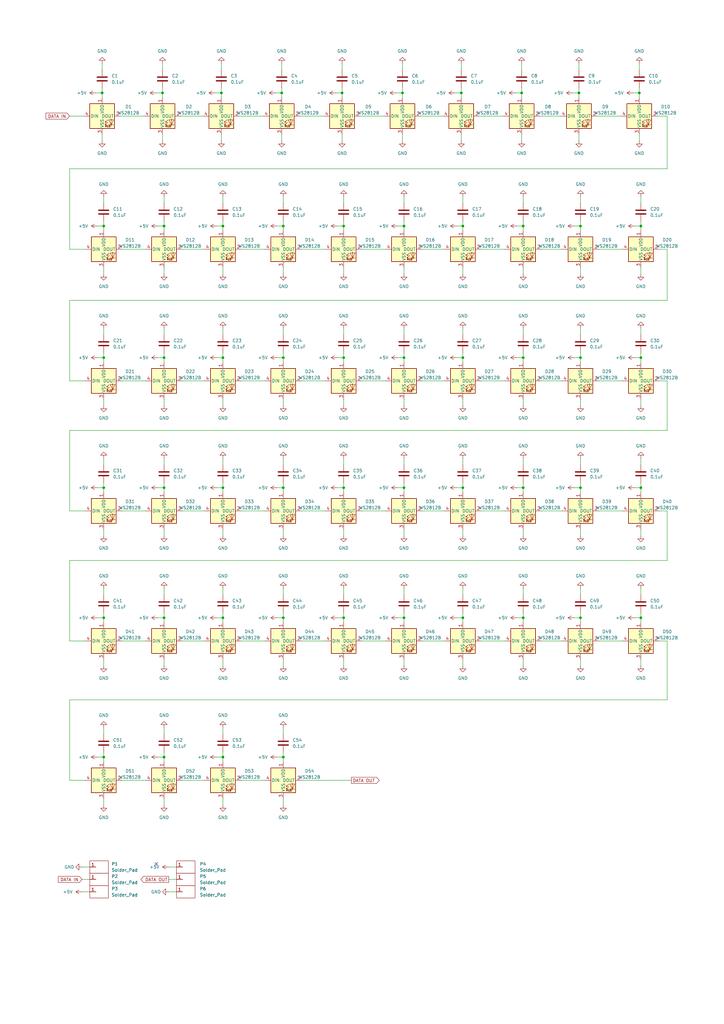
<source format=kicad_sch>
(kicad_sch (version 20230121) (generator eeschema)
  (paper "A3" portrait)
  (junction (at 91.44 146.685))
  (junction (at 116.205 310.515))
  (junction (at 67.31 253.365))
  (junction (at 214.63 200.025))
  (junction (at 165.735 92.71))
  (junction (at 189.23 38.1))
  (junction (at 67.31 310.515))
  (junction (at 213.995 38.1))
  (junction (at 116.205 200.025))
  (junction (at 189.865 200.025))
  (junction (at 214.63 92.71))
  (junction (at 116.205 146.685))
  (junction (at 238.125 253.365))
  (junction (at 42.545 92.71))
  (junction (at 165.735 253.365))
  (junction (at 238.125 92.71))
  (junction (at 140.97 146.685))
  (junction (at 67.31 92.71))
  (junction (at 41.91 38.1))
  (junction (at 189.865 92.71))
  (junction (at 91.44 310.515))
  (junction (at 262.89 92.71))
  (junction (at 165.735 146.685))
  (junction (at 91.44 200.025))
  (junction (at 262.89 200.025))
  (junction (at 189.865 146.685))
  (junction (at 262.89 253.365))
  (junction (at 140.97 200.025))
  (junction (at 238.125 146.685))
  (junction (at 140.335 38.1))
  (junction (at 42.545 200.025))
  (junction (at 189.865 253.365))
  (junction (at 91.44 92.71))
  (junction (at 238.125 200.025))
  (junction (at 262.89 146.685))
  (junction (at 42.545 253.365))
  (junction (at 165.1 38.1))
  (junction (at 67.31 146.685))
  (junction (at 140.97 92.71))
  (junction (at 115.57 38.1))
  (junction (at 116.205 92.71))
  (junction (at 66.675 38.1))
  (junction (at 214.63 146.685))
  (junction (at 67.31 200.025))
  (junction (at 116.205 253.365))
  (junction (at 91.44 253.365))
  (junction (at 262.255 38.1))
  (junction (at 42.545 146.685))
  (junction (at 165.735 200.025))
  (junction (at 214.63 253.365))
  (junction (at 237.49 38.1))
  (junction (at 42.545 310.515))
  (junction (at 90.805 38.1))
  (junction (at 140.97 253.365))
  (no_connect (at 64.135 354.33))
  (wire (pts (xy 214.63 200.025) (xy 214.63 201.93)))
  (wire (pts (xy 262.89 187.96) (xy 262.89 190.5)))
  (wire (pts (xy 67.31 253.365) (xy 67.31 255.27)))
  (wire (pts (xy 99.06 102.235) (xy 108.585 102.235)))
  (wire (pts (xy 116.205 92.71) (xy 116.205 94.615)))
  (wire (pts (xy 64.77 253.365) (xy 67.31 253.365)))
  (wire (pts (xy 237.49 55.245) (xy 237.49 57.785)))
  (wire (pts (xy 235.585 200.025) (xy 238.125 200.025)))
  (wire (pts (xy 172.72 47.625) (xy 181.61 47.625)))
  (wire (pts (xy 91.44 251.46) (xy 91.44 253.365)))
  (wire (pts (xy 88.9 92.71) (xy 91.44 92.71)))
  (wire (pts (xy 189.23 55.245) (xy 189.23 57.785)))
  (wire (pts (xy 262.89 109.855) (xy 262.89 112.395)))
  (wire (pts (xy 40.005 253.365) (xy 42.545 253.365)))
  (wire (pts (xy 262.89 198.12) (xy 262.89 200.025)))
  (wire (pts (xy 262.89 92.71) (xy 262.89 94.615)))
  (wire (pts (xy 116.205 134.62) (xy 116.205 137.16)))
  (wire (pts (xy 64.77 92.71) (xy 67.31 92.71)))
  (wire (pts (xy 197.485 209.55) (xy 207.01 209.55)))
  (wire (pts (xy 74.93 156.21) (xy 83.82 156.21)))
  (wire (pts (xy 213.995 26.035) (xy 213.995 28.575)))
  (wire (pts (xy 91.44 310.515) (xy 91.44 312.42)))
  (wire (pts (xy 90.805 26.035) (xy 90.805 28.575)))
  (wire (pts (xy 189.23 36.195) (xy 189.23 38.1)))
  (wire (pts (xy 213.995 38.1) (xy 213.995 40.005)))
  (wire (pts (xy 163.195 200.025) (xy 165.735 200.025)))
  (wire (pts (xy 88.9 253.365) (xy 91.44 253.365)))
  (wire (pts (xy 262.89 90.805) (xy 262.89 92.71)))
  (wire (pts (xy 213.995 36.195) (xy 213.995 38.1)))
  (wire (pts (xy 74.93 209.55) (xy 83.82 209.55)))
  (wire (pts (xy 212.09 92.71) (xy 214.63 92.71)))
  (wire (pts (xy 67.31 251.46) (xy 67.31 253.365)))
  (wire (pts (xy 28.575 287.02) (xy 273.685 287.02)))
  (wire (pts (xy 189.865 198.12) (xy 189.865 200.025)))
  (wire (pts (xy 214.63 163.83) (xy 214.63 166.37)))
  (wire (pts (xy 140.97 163.83) (xy 140.97 166.37)))
  (wire (pts (xy 42.545 163.83) (xy 42.545 166.37)))
  (wire (pts (xy 189.865 187.96) (xy 189.865 190.5)))
  (wire (pts (xy 189.865 163.83) (xy 189.865 166.37)))
  (wire (pts (xy 140.335 38.1) (xy 140.335 40.005)))
  (wire (pts (xy 41.91 55.245) (xy 41.91 57.785)))
  (wire (pts (xy 74.93 102.235) (xy 83.82 102.235)))
  (wire (pts (xy 123.825 320.04) (xy 144.145 320.04)))
  (wire (pts (xy 189.865 109.855) (xy 189.865 112.395)))
  (wire (pts (xy 262.89 144.78) (xy 262.89 146.685)))
  (wire (pts (xy 67.31 198.12) (xy 67.31 200.025)))
  (wire (pts (xy 116.205 198.12) (xy 116.205 200.025)))
  (wire (pts (xy 237.49 26.035) (xy 237.49 28.575)))
  (wire (pts (xy 222.25 262.89) (xy 230.505 262.89)))
  (wire (pts (xy 237.49 36.195) (xy 237.49 38.1)))
  (wire (pts (xy 66.675 38.1) (xy 66.675 40.005)))
  (wire (pts (xy 165.1 26.035) (xy 165.1 28.575)))
  (wire (pts (xy 99.06 156.21) (xy 108.585 156.21)))
  (wire (pts (xy 33.655 365.76) (xy 36.83 365.76)))
  (wire (pts (xy 113.665 92.71) (xy 116.205 92.71)))
  (wire (pts (xy 67.31 241.3) (xy 67.31 243.84)))
  (wire (pts (xy 165.1 36.195) (xy 165.1 38.1)))
  (wire (pts (xy 67.31 308.61) (xy 67.31 310.515)))
  (wire (pts (xy 40.005 310.515) (xy 42.545 310.515)))
  (wire (pts (xy 165.735 251.46) (xy 165.735 253.365)))
  (wire (pts (xy 91.44 146.685) (xy 91.44 148.59)))
  (wire (pts (xy 163.195 92.71) (xy 165.735 92.71)))
  (wire (pts (xy 74.93 262.89) (xy 83.82 262.89)))
  (wire (pts (xy 90.805 36.195) (xy 90.805 38.1)))
  (wire (pts (xy 42.545 200.025) (xy 42.545 201.93)))
  (wire (pts (xy 260.35 253.365) (xy 262.89 253.365)))
  (wire (pts (xy 113.665 253.365) (xy 116.205 253.365)))
  (wire (pts (xy 138.43 200.025) (xy 140.97 200.025)))
  (wire (pts (xy 67.31 310.515) (xy 67.31 312.42)))
  (wire (pts (xy 189.865 270.51) (xy 189.865 273.05)))
  (wire (pts (xy 140.97 253.365) (xy 140.97 255.27)))
  (wire (pts (xy 116.205 200.025) (xy 116.205 201.93)))
  (wire (pts (xy 189.865 217.17) (xy 189.865 219.71)))
  (wire (pts (xy 222.25 156.21) (xy 230.505 156.21)))
  (wire (pts (xy 42.545 217.17) (xy 42.545 219.71)))
  (wire (pts (xy 245.745 102.235) (xy 255.27 102.235)))
  (wire (pts (xy 273.685 69.215) (xy 28.575 69.215)))
  (wire (pts (xy 238.125 253.365) (xy 238.125 255.27)))
  (wire (pts (xy 115.57 36.195) (xy 115.57 38.1)))
  (wire (pts (xy 116.205 241.3) (xy 116.205 243.84)))
  (wire (pts (xy 91.44 144.78) (xy 91.44 146.685)))
  (wire (pts (xy 238.125 134.62) (xy 238.125 137.16)))
  (wire (pts (xy 163.195 253.365) (xy 165.735 253.365)))
  (wire (pts (xy 42.545 198.12) (xy 42.545 200.025)))
  (wire (pts (xy 273.685 47.625) (xy 273.685 69.215)))
  (wire (pts (xy 67.31 92.71) (xy 67.31 94.615)))
  (wire (pts (xy 163.195 146.685) (xy 165.735 146.685)))
  (wire (pts (xy 67.31 109.855) (xy 67.31 112.395)))
  (wire (pts (xy 262.89 80.645) (xy 262.89 83.185)))
  (wire (pts (xy 140.97 187.96) (xy 140.97 190.5)))
  (wire (pts (xy 42.545 253.365) (xy 42.545 255.27)))
  (wire (pts (xy 273.685 176.53) (xy 28.575 176.53)))
  (wire (pts (xy 91.44 163.83) (xy 91.44 166.37)))
  (wire (pts (xy 165.735 253.365) (xy 165.735 255.27)))
  (wire (pts (xy 262.89 270.51) (xy 262.89 273.05)))
  (wire (pts (xy 189.865 241.3) (xy 189.865 243.84)))
  (wire (pts (xy 113.03 38.1) (xy 115.57 38.1)))
  (wire (pts (xy 237.49 38.1) (xy 237.49 40.005)))
  (wire (pts (xy 28.575 229.87) (xy 28.575 262.89)))
  (wire (pts (xy 42.545 310.515) (xy 42.545 312.42)))
  (wire (pts (xy 234.95 38.1) (xy 237.49 38.1)))
  (wire (pts (xy 116.205 270.51) (xy 116.205 273.05)))
  (wire (pts (xy 40.005 92.71) (xy 42.545 92.71)))
  (wire (pts (xy 214.63 241.3) (xy 214.63 243.84)))
  (wire (pts (xy 115.57 38.1) (xy 115.57 40.005)))
  (wire (pts (xy 238.125 146.685) (xy 238.125 148.59)))
  (wire (pts (xy 140.97 92.71) (xy 140.97 94.615)))
  (wire (pts (xy 91.44 134.62) (xy 91.44 137.16)))
  (wire (pts (xy 214.63 217.17) (xy 214.63 219.71)))
  (wire (pts (xy 28.575 156.21) (xy 34.925 156.21)))
  (wire (pts (xy 28.575 176.53) (xy 28.575 209.55)))
  (wire (pts (xy 165.735 109.855) (xy 165.735 112.395)))
  (wire (pts (xy 42.545 146.685) (xy 42.545 148.59)))
  (wire (pts (xy 91.44 80.645) (xy 91.44 83.185)))
  (wire (pts (xy 66.675 55.245) (xy 66.675 57.785)))
  (wire (pts (xy 91.44 241.3) (xy 91.44 243.84)))
  (wire (pts (xy 66.675 36.195) (xy 66.675 38.1)))
  (wire (pts (xy 123.825 102.235) (xy 133.35 102.235)))
  (wire (pts (xy 67.31 270.51) (xy 67.31 273.05)))
  (wire (pts (xy 238.125 187.96) (xy 238.125 190.5)))
  (wire (pts (xy 235.585 92.71) (xy 238.125 92.71)))
  (wire (pts (xy 238.125 270.51) (xy 238.125 273.05)))
  (wire (pts (xy 189.865 80.645) (xy 189.865 83.185)))
  (wire (pts (xy 165.735 270.51) (xy 165.735 273.05)))
  (wire (pts (xy 88.9 310.515) (xy 91.44 310.515)))
  (wire (pts (xy 138.43 146.685) (xy 140.97 146.685)))
  (wire (pts (xy 41.91 36.195) (xy 41.91 38.1)))
  (wire (pts (xy 140.97 198.12) (xy 140.97 200.025)))
  (wire (pts (xy 40.005 146.685) (xy 42.545 146.685)))
  (wire (pts (xy 42.545 298.45) (xy 42.545 300.99)))
  (wire (pts (xy 262.89 217.17) (xy 262.89 219.71)))
  (wire (pts (xy 42.545 92.71) (xy 42.545 94.615)))
  (wire (pts (xy 238.125 144.78) (xy 238.125 146.685)))
  (wire (pts (xy 214.63 134.62) (xy 214.63 137.16)))
  (wire (pts (xy 67.31 146.685) (xy 67.31 148.59)))
  (wire (pts (xy 91.44 200.025) (xy 91.44 201.93)))
  (wire (pts (xy 187.325 146.685) (xy 189.865 146.685)))
  (wire (pts (xy 91.44 109.855) (xy 91.44 112.395)))
  (wire (pts (xy 64.77 146.685) (xy 67.31 146.685)))
  (wire (pts (xy 165.735 200.025) (xy 165.735 201.93)))
  (wire (pts (xy 238.125 217.17) (xy 238.125 219.71)))
  (wire (pts (xy 28.575 47.625) (xy 34.29 47.625)))
  (wire (pts (xy 138.43 253.365) (xy 140.97 253.365)))
  (wire (pts (xy 50.165 156.21) (xy 59.69 156.21)))
  (wire (pts (xy 235.585 146.685) (xy 238.125 146.685)))
  (wire (pts (xy 49.53 47.625) (xy 59.055 47.625)))
  (wire (pts (xy 116.205 146.685) (xy 116.205 148.59)))
  (wire (pts (xy 50.165 209.55) (xy 59.69 209.55)))
  (wire (pts (xy 165.735 134.62) (xy 165.735 137.16)))
  (wire (pts (xy 99.06 209.55) (xy 108.585 209.55)))
  (wire (pts (xy 67.31 217.17) (xy 67.31 219.71)))
  (wire (pts (xy 99.06 320.04) (xy 108.585 320.04)))
  (wire (pts (xy 116.205 253.365) (xy 116.205 255.27)))
  (wire (pts (xy 222.25 102.235) (xy 230.505 102.235)))
  (wire (pts (xy 165.735 198.12) (xy 165.735 200.025)))
  (wire (pts (xy 238.125 198.12) (xy 238.125 200.025)))
  (wire (pts (xy 90.805 38.1) (xy 90.805 40.005)))
  (wire (pts (xy 189.865 253.365) (xy 189.865 255.27)))
  (wire (pts (xy 91.44 270.51) (xy 91.44 273.05)))
  (wire (pts (xy 165.735 92.71) (xy 165.735 94.615)))
  (wire (pts (xy 269.875 47.625) (xy 273.685 47.625)))
  (wire (pts (xy 42.545 241.3) (xy 42.545 243.84)))
  (wire (pts (xy 187.325 92.71) (xy 189.865 92.71)))
  (wire (pts (xy 74.295 47.625) (xy 83.185 47.625)))
  (wire (pts (xy 64.77 200.025) (xy 67.31 200.025)))
  (wire (pts (xy 212.09 200.025) (xy 214.63 200.025)))
  (wire (pts (xy 69.215 365.76) (xy 72.39 365.76)))
  (wire (pts (xy 173.355 209.55) (xy 182.245 209.55)))
  (wire (pts (xy 42.545 90.805) (xy 42.545 92.71)))
  (wire (pts (xy 140.97 217.17) (xy 140.97 219.71)))
  (wire (pts (xy 91.44 308.61) (xy 91.44 310.515)))
  (wire (pts (xy 74.93 320.04) (xy 83.82 320.04)))
  (wire (pts (xy 238.125 109.855) (xy 238.125 112.395)))
  (wire (pts (xy 91.44 187.96) (xy 91.44 190.5)))
  (wire (pts (xy 28.575 262.89) (xy 34.925 262.89)))
  (wire (pts (xy 123.825 262.89) (xy 133.35 262.89)))
  (wire (pts (xy 197.485 102.235) (xy 207.01 102.235)))
  (wire (pts (xy 262.89 134.62) (xy 262.89 137.16)))
  (wire (pts (xy 50.165 102.235) (xy 59.69 102.235)))
  (wire (pts (xy 67.31 134.62) (xy 67.31 137.16)))
  (wire (pts (xy 41.91 26.035) (xy 41.91 28.575)))
  (wire (pts (xy 140.97 146.685) (xy 140.97 148.59)))
  (wire (pts (xy 189.865 134.62) (xy 189.865 137.16)))
  (wire (pts (xy 116.205 80.645) (xy 116.205 83.185)))
  (wire (pts (xy 123.825 156.21) (xy 133.35 156.21)))
  (wire (pts (xy 116.205 251.46) (xy 116.205 253.365)))
  (wire (pts (xy 187.325 200.025) (xy 189.865 200.025)))
  (wire (pts (xy 273.685 102.235) (xy 273.685 123.19)))
  (wire (pts (xy 187.325 253.365) (xy 189.865 253.365)))
  (wire (pts (xy 113.665 310.515) (xy 116.205 310.515)))
  (wire (pts (xy 91.44 92.71) (xy 91.44 94.615)))
  (wire (pts (xy 66.675 26.035) (xy 66.675 28.575)))
  (wire (pts (xy 238.125 251.46) (xy 238.125 253.365)))
  (wire (pts (xy 91.44 198.12) (xy 91.44 200.025)))
  (wire (pts (xy 69.215 360.68) (xy 72.39 360.68)))
  (wire (pts (xy 140.97 251.46) (xy 140.97 253.365)))
  (wire (pts (xy 99.06 262.89) (xy 108.585 262.89)))
  (wire (pts (xy 262.89 251.46) (xy 262.89 253.365)))
  (wire (pts (xy 165.735 90.805) (xy 165.735 92.71)))
  (wire (pts (xy 238.125 241.3) (xy 238.125 243.84)))
  (wire (pts (xy 88.9 200.025) (xy 91.44 200.025)))
  (wire (pts (xy 64.135 38.1) (xy 66.675 38.1)))
  (wire (pts (xy 189.865 200.025) (xy 189.865 201.93)))
  (wire (pts (xy 262.89 241.3) (xy 262.89 243.84)))
  (wire (pts (xy 221.615 47.625) (xy 229.87 47.625)))
  (wire (pts (xy 262.255 55.245) (xy 262.255 57.785)))
  (wire (pts (xy 260.35 146.685) (xy 262.89 146.685)))
  (wire (pts (xy 273.685 123.19) (xy 28.575 123.19)))
  (wire (pts (xy 214.63 251.46) (xy 214.63 253.365)))
  (wire (pts (xy 262.255 26.035) (xy 262.255 28.575)))
  (wire (pts (xy 165.735 80.645) (xy 165.735 83.185)))
  (wire (pts (xy 116.205 144.78) (xy 116.205 146.685)))
  (wire (pts (xy 113.665 146.685) (xy 116.205 146.685)))
  (wire (pts (xy 213.995 55.245) (xy 213.995 57.785)))
  (wire (pts (xy 116.205 109.855) (xy 116.205 112.395)))
  (wire (pts (xy 214.63 92.71) (xy 214.63 94.615)))
  (wire (pts (xy 116.205 90.805) (xy 116.205 92.71)))
  (wire (pts (xy 238.125 200.025) (xy 238.125 201.93)))
  (wire (pts (xy 173.355 156.21) (xy 182.245 156.21)))
  (wire (pts (xy 214.63 253.365) (xy 214.63 255.27)))
  (wire (pts (xy 33.655 360.68) (xy 36.83 360.68)))
  (wire (pts (xy 42.545 187.96) (xy 42.545 190.5)))
  (wire (pts (xy 189.23 38.1) (xy 189.23 40.005)))
  (wire (pts (xy 214.63 187.96) (xy 214.63 190.5)))
  (wire (pts (xy 165.735 146.685) (xy 165.735 148.59)))
  (wire (pts (xy 148.59 156.21) (xy 158.115 156.21)))
  (wire (pts (xy 212.09 253.365) (xy 214.63 253.365)))
  (wire (pts (xy 116.205 298.45) (xy 116.205 300.99)))
  (wire (pts (xy 42.545 308.61) (xy 42.545 310.515)))
  (wire (pts (xy 273.685 209.55) (xy 273.685 229.87)))
  (wire (pts (xy 262.89 200.025) (xy 262.89 201.93)))
  (wire (pts (xy 42.545 134.62) (xy 42.545 137.16)))
  (wire (pts (xy 262.89 163.83) (xy 262.89 166.37)))
  (wire (pts (xy 211.455 38.1) (xy 213.995 38.1)))
  (wire (pts (xy 90.805 55.245) (xy 90.805 57.785)))
  (wire (pts (xy 273.685 229.87) (xy 28.575 229.87)))
  (wire (pts (xy 273.685 262.89) (xy 273.685 287.02)))
  (wire (pts (xy 67.31 187.96) (xy 67.31 190.5)))
  (wire (pts (xy 140.335 26.035) (xy 140.335 28.575)))
  (wire (pts (xy 42.545 251.46) (xy 42.545 253.365)))
  (wire (pts (xy 165.1 38.1) (xy 165.1 40.005)))
  (wire (pts (xy 214.63 270.51) (xy 214.63 273.05)))
  (wire (pts (xy 214.63 144.78) (xy 214.63 146.685)))
  (wire (pts (xy 91.44 298.45) (xy 91.44 300.99)))
  (wire (pts (xy 189.865 144.78) (xy 189.865 146.685)))
  (wire (pts (xy 64.77 310.515) (xy 67.31 310.515)))
  (wire (pts (xy 42.545 80.645) (xy 42.545 83.185)))
  (wire (pts (xy 140.97 80.645) (xy 140.97 83.185)))
  (wire (pts (xy 273.685 156.21) (xy 273.685 176.53)))
  (wire (pts (xy 140.97 241.3) (xy 140.97 243.84)))
  (wire (pts (xy 238.125 163.83) (xy 238.125 166.37)))
  (wire (pts (xy 270.51 209.55) (xy 273.685 209.55)))
  (wire (pts (xy 197.485 156.21) (xy 207.01 156.21)))
  (wire (pts (xy 165.735 187.96) (xy 165.735 190.5)))
  (wire (pts (xy 173.355 262.89) (xy 182.245 262.89)))
  (wire (pts (xy 197.485 262.89) (xy 207.01 262.89)))
  (wire (pts (xy 91.44 253.365) (xy 91.44 255.27)))
  (wire (pts (xy 67.31 298.45) (xy 67.31 300.99)))
  (wire (pts (xy 262.255 36.195) (xy 262.255 38.1)))
  (wire (pts (xy 214.63 80.645) (xy 214.63 83.185)))
  (wire (pts (xy 88.9 146.685) (xy 91.44 146.685)))
  (wire (pts (xy 113.665 200.025) (xy 116.205 200.025)))
  (wire (pts (xy 123.19 47.625) (xy 132.715 47.625)))
  (wire (pts (xy 245.745 209.55) (xy 255.27 209.55)))
  (wire (pts (xy 235.585 253.365) (xy 238.125 253.365)))
  (wire (pts (xy 39.37 38.1) (xy 41.91 38.1)))
  (wire (pts (xy 28.575 320.04) (xy 34.925 320.04)))
  (wire (pts (xy 50.165 262.89) (xy 59.69 262.89)))
  (wire (pts (xy 116.205 187.96) (xy 116.205 190.5)))
  (wire (pts (xy 28.575 102.235) (xy 34.925 102.235)))
  (wire (pts (xy 140.97 109.855) (xy 140.97 112.395)))
  (wire (pts (xy 116.205 308.61) (xy 116.205 310.515)))
  (wire (pts (xy 140.97 200.025) (xy 140.97 201.93)))
  (wire (pts (xy 214.63 146.685) (xy 214.63 148.59)))
  (wire (pts (xy 165.735 144.78) (xy 165.735 146.685)))
  (wire (pts (xy 189.865 90.805) (xy 189.865 92.71)))
  (wire (pts (xy 116.205 163.83) (xy 116.205 166.37)))
  (wire (pts (xy 28.575 123.19) (xy 28.575 156.21)))
  (wire (pts (xy 189.865 92.71) (xy 189.865 94.615)))
  (wire (pts (xy 115.57 26.035) (xy 115.57 28.575)))
  (wire (pts (xy 165.735 163.83) (xy 165.735 166.37)))
  (wire (pts (xy 189.865 146.685) (xy 189.865 148.59)))
  (wire (pts (xy 91.44 217.17) (xy 91.44 219.71)))
  (wire (pts (xy 148.59 262.89) (xy 158.115 262.89)))
  (wire (pts (xy 165.1 55.245) (xy 165.1 57.785)))
  (wire (pts (xy 262.89 253.365) (xy 262.89 255.27)))
  (wire (pts (xy 214.63 198.12) (xy 214.63 200.025)))
  (wire (pts (xy 214.63 90.805) (xy 214.63 92.71)))
  (wire (pts (xy 270.51 102.235) (xy 273.685 102.235)))
  (wire (pts (xy 42.545 144.78) (xy 42.545 146.685)))
  (wire (pts (xy 165.735 241.3) (xy 165.735 243.84)))
  (wire (pts (xy 165.735 217.17) (xy 165.735 219.71)))
  (wire (pts (xy 116.205 217.17) (xy 116.205 219.71)))
  (wire (pts (xy 262.255 38.1) (xy 262.255 40.005)))
  (wire (pts (xy 42.545 270.51) (xy 42.545 273.05)))
  (wire (pts (xy 222.25 209.55) (xy 230.505 209.55)))
  (wire (pts (xy 33.655 355.6) (xy 36.83 355.6)))
  (wire (pts (xy 214.63 109.855) (xy 214.63 112.395)))
  (wire (pts (xy 67.31 90.805) (xy 67.31 92.71)))
  (wire (pts (xy 69.215 355.6) (xy 72.39 355.6)))
  (wire (pts (xy 42.545 109.855) (xy 42.545 112.395)))
  (wire (pts (xy 238.125 90.805) (xy 238.125 92.71)))
  (wire (pts (xy 91.44 90.805) (xy 91.44 92.71)))
  (wire (pts (xy 140.97 134.62) (xy 140.97 137.16)))
  (wire (pts (xy 245.11 47.625) (xy 254.635 47.625)))
  (wire (pts (xy 50.165 320.04) (xy 59.69 320.04)))
  (wire (pts (xy 189.865 251.46) (xy 189.865 253.365)))
  (wire (pts (xy 270.51 156.21) (xy 273.685 156.21)))
  (wire (pts (xy 259.715 38.1) (xy 262.255 38.1)))
  (wire (pts (xy 238.125 80.645) (xy 238.125 83.185)))
  (wire (pts (xy 245.745 156.21) (xy 255.27 156.21)))
  (wire (pts (xy 98.425 47.625) (xy 107.95 47.625)))
  (wire (pts (xy 67.31 200.025) (xy 67.31 201.93)))
  (wire (pts (xy 238.125 92.71) (xy 238.125 94.615)))
  (wire (pts (xy 212.09 146.685) (xy 214.63 146.685)))
  (wire (pts (xy 137.795 38.1) (xy 140.335 38.1)))
  (wire (pts (xy 67.31 327.66) (xy 67.31 330.2)))
  (wire (pts (xy 162.56 38.1) (xy 165.1 38.1)))
  (wire (pts (xy 40.005 200.025) (xy 42.545 200.025)))
  (wire (pts (xy 189.23 26.035) (xy 189.23 28.575)))
  (wire (pts (xy 67.31 144.78) (xy 67.31 146.685)))
  (wire (pts (xy 262.89 146.685) (xy 262.89 148.59)))
  (wire (pts (xy 88.265 38.1) (xy 90.805 38.1)))
  (wire (pts (xy 116.205 327.66) (xy 116.205 330.2)))
  (wire (pts (xy 140.97 144.78) (xy 140.97 146.685)))
  (wire (pts (xy 67.31 80.645) (xy 67.31 83.185)))
  (wire (pts (xy 123.825 209.55) (xy 133.35 209.55)))
  (wire (pts (xy 28.575 287.02) (xy 28.575 320.04)))
  (wire (pts (xy 148.59 102.235) (xy 158.115 102.235)))
  (wire (pts (xy 42.545 327.66) (xy 42.545 330.2)))
  (wire (pts (xy 91.44 327.66) (xy 91.44 330.2)))
  (wire (pts (xy 67.31 163.83) (xy 67.31 166.37)))
  (wire (pts (xy 115.57 55.245) (xy 115.57 57.785)))
  (wire (pts (xy 138.43 92.71) (xy 140.97 92.71)))
  (wire (pts (xy 140.335 36.195) (xy 140.335 38.1)))
  (wire (pts (xy 270.51 262.89) (xy 273.685 262.89)))
  (wire (pts (xy 28.575 69.215) (xy 28.575 102.235)))
  (wire (pts (xy 116.205 310.515) (xy 116.205 312.42)))
  (wire (pts (xy 148.59 209.55) (xy 158.115 209.55)))
  (wire (pts (xy 260.35 92.71) (xy 262.89 92.71)))
  (wire (pts (xy 140.97 90.805) (xy 140.97 92.71)))
  (wire (pts (xy 41.91 38.1) (xy 41.91 40.005)))
  (wire (pts (xy 28.575 209.55) (xy 34.925 209.55)))
  (wire (pts (xy 173.355 102.235) (xy 182.245 102.235)))
  (wire (pts (xy 140.335 55.245) (xy 140.335 57.785)))
  (wire (pts (xy 147.955 47.625) (xy 157.48 47.625)))
  (wire (pts (xy 196.85 47.625) (xy 206.375 47.625)))
  (wire (pts (xy 245.745 262.89) (xy 255.27 262.89)))
  (wire (pts (xy 260.35 200.025) (xy 262.89 200.025)))
  (wire (pts (xy 140.97 270.51) (xy 140.97 273.05)))
  (wire (pts (xy 186.69 38.1) (xy 189.23 38.1)))
  (global_label "DATA OUT" (shape output) (at 144.145 320.04 0) (property "Intersheetrefs" "${INTERSHEET_REFS}" (effects hide)))
  (global_label "DATA OUT" (shape output) (at 69.215 360.68 180) (property "Intersheetrefs" "${INTERSHEET_REFS}" (effects hide)))
  (global_label "DATA IN" (shape input) (at 33.655 360.68 180) (property "Intersheetrefs" "${INTERSHEET_REFS}" (effects hide)))
  (global_label "DATA IN" (shape input) (at 28.575 47.625 180) (property "Intersheetrefs" "${INTERSHEET_REFS}" (effects hide)))
  (symbol (lib_id "power:GND") (at 69.215 365.76 270) (unit 1)
    (property "Reference" "#PWR088" (effects hide))
    (property "Value" "GND" (at 66.04 365.7599 90) (effects (justify right)))
  )
  (symbol (lib_id "power:+5V") (at 187.325 146.685 90) (unit 1)
    (property "Reference" "#PWR079" (effects hide))
    (property "Value" "+5V" (at 183.515 146.6849 90) (effects (justify left)))
  )
  (symbol (lib_id "power:GND") (at 238.125 166.37 0) (unit 1)
    (property "Reference" "#PWR091" (effects hide))
    (property "Value" "GND" (at 238.125 171.45 0))
  )
  (symbol (lib_id "power:+5V") (at 113.665 92.71 90) (unit 1)
    (property "Reference" "#PWR040" (effects hide))
    (property "Value" "+5V" (at 109.855 92.7099 90) (effects (justify left)))
  )
  (symbol (lib_id "power:+5V") (at 137.795 38.1 90) (unit 1)
    (property "Reference" "#PWR013" (effects hide))
    (property "Value" "+5V" (at 133.985 38.0999 90) (effects (justify left)))
  )
  (symbol (lib_id "Device:C") (at 42.545 86.995 180) (unit 1)
    (property "Reference" "C11" (at 46.355 85.7249 0) (effects (justify right)))
    (property "Value" "0.1uF" (at 46.355 88.2649 0) (effects (justify right)))
    (property "Footprint" "Capacitor_SMD:C_0603_1608Metric_Pad1.08x0.95mm_HandSolder" (effects hide))
    (property "LCSC #" "C14663" (effects hide))
  )
  (symbol (lib_id "power:GND") (at 67.31 219.71 0) (unit 1)
    (property "Reference" "#PWR0100" (effects hide))
    (property "Value" "GND" (at 67.31 224.79 0))
  )
  (symbol (lib_id "Device:C") (at 214.63 140.97 180) (unit 1)
    (property "Reference" "C28" (at 218.44 139.6999 0) (effects (justify right)))
    (property "Value" "0.1uF" (at 218.44 142.2399 0) (effects (justify right)))
    (property "Footprint" "Capacitor_SMD:C_0603_1608Metric_Pad1.08x0.95mm_HandSolder" (effects hide))
    (property "LCSC #" "C14663" (effects hide))
  )
  (symbol (lib_id "power:GND") (at 67.31 134.62 180) (unit 1)
    (property "Reference" "#PWR065" (effects hide))
    (property "Value" "GND" (at 67.31 129.54 0))
  )
  (symbol (lib_id "power:+5V") (at 69.215 355.6 90) (unit 1)
    (property "Reference" "#PWR087" (effects hide))
    (property "Value" "+5V" (at 65.405 355.5999 90) (effects (justify left)))
  )
  (symbol (lib_id "Device:C") (at 238.125 247.65 180) (unit 1)
    (property "Reference" "C49" (at 241.935 246.3799 0) (effects (justify right)))
    (property "Value" "0.1uF" (at 241.935 248.9199 0) (effects (justify right)))
    (property "Footprint" "Capacitor_SMD:C_0603_1608Metric_Pad1.08x0.95mm_HandSolder" (effects hide))
    (property "LCSC #" "C14663" (effects hide))
  )
  (symbol (lib_id "Device:C") (at 41.91 32.385 180) (unit 1)
    (property "Reference" "C1" (at 45.72 31.1149 0) (effects (justify right)))
    (property "Value" "0.1uF" (at 45.72 33.6549 0) (effects (justify right)))
    (property "Footprint" "Capacitor_SMD:C_0603_1608Metric_Pad1.08x0.95mm_HandSolder" (effects hide))
    (property "LCSC #" "C14663" (effects hide))
  )
  (symbol (lib_id "power:+5V") (at 88.9 200.025 90) (unit 1)
    (property "Reference" "#PWR0101" (effects hide))
    (property "Value" "+5V" (at 85.09 200.0249 90) (effects (justify left)))
  )
  (symbol (lib_id "MyParts:WS2812B") (at 262.89 262.89 0) (unit 1)
    (property "Reference" "D50" (at 273.685 259.0384 0))
    (property "Value" "WS2812B" (at 273.685 261.5784 0))
    (property "Footprint" "LED_SMD:LED_WS2812B_PLCC4_5.0x5.0mm_P3.2mm" (effects hide))
    (property "Datasheet" "https://cdn-shop.adafruit.com/datasheets/WS2812B.pdf" (effects hide))
    (property "LCSC #" "C2843785" (effects hide))
  )
  (symbol (lib_id "MyParts:WS2812B") (at 116.205 102.235 0) (unit 1)
    (property "Reference" "D14" (at 127 98.3834 0))
    (property "Value" "WS2812B" (at 127 100.9234 0))
    (property "Footprint" "LED_SMD:LED_WS2812B_PLCC4_5.0x5.0mm_P3.2mm" (effects hide))
    (property "Datasheet" "https://cdn-shop.adafruit.com/datasheets/WS2812B.pdf" (effects hide))
    (property "LCSC #" "C2843785" (effects hide))
  )
  (symbol (lib_id "MyParts:WS2812B") (at 165.735 262.89 0) (unit 1)
    (property "Reference" "D46" (at 176.53 259.0384 0))
    (property "Value" "WS2812B" (at 176.53 261.5784 0))
    (property "Footprint" "LED_SMD:LED_WS2812B_PLCC4_5.0x5.0mm_P3.2mm" (effects hide))
    (property "Datasheet" "https://cdn-shop.adafruit.com/datasheets/WS2812B.pdf" (effects hide))
    (property "LCSC #" "C2843785" (effects hide))
  )
  (symbol (lib_id "power:GND") (at 214.63 187.96 180) (unit 1)
    (property "Reference" "#PWR0117" (effects hide))
    (property "Value" "GND" (at 214.63 182.88 0))
  )
  (symbol (lib_id "power:+5V") (at 211.455 38.1 90) (unit 1)
    (property "Reference" "#PWR022" (effects hide))
    (property "Value" "+5V" (at 207.645 38.0999 90) (effects (justify left)))
  )
  (symbol (lib_id "power:GND") (at 214.63 166.37 0) (unit 1)
    (property "Reference" "#PWR084" (effects hide))
    (property "Value" "GND" (at 214.63 171.45 0))
  )
  (symbol (lib_id "power:GND") (at 91.44 112.395 0) (unit 1)
    (property "Reference" "#PWR039" (effects hide))
    (property "Value" "GND" (at 91.44 117.475 0))
  )
  (symbol (lib_id "power:+5V") (at 187.325 200.025 90) (unit 1)
    (property "Reference" "#PWR0113" (effects hide))
    (property "Value" "+5V" (at 183.515 200.0249 90) (effects (justify left)))
  )
  (symbol (lib_id "power:GND") (at 90.805 26.035 180) (unit 1)
    (property "Reference" "#PWR08" (effects hide))
    (property "Value" "GND" (at 90.805 20.955 0))
  )
  (symbol (lib_id "power:GND") (at 41.91 26.035 180) (unit 1)
    (property "Reference" "#PWR01" (effects hide))
    (property "Value" "GND" (at 41.91 20.955 0))
  )
  (symbol (lib_id "power:GND") (at 67.31 330.2 0) (unit 1)
    (property "Reference" "#PWR0160" (effects hide))
    (property "Value" "GND" (at 67.31 335.28 0))
  )
  (symbol (lib_id "power:GND") (at 140.97 273.05 0) (unit 1)
    (property "Reference" "#PWR0139" (effects hide))
    (property "Value" "GND" (at 140.97 278.13 0))
  )
  (symbol (lib_id "power:GND") (at 116.205 80.645 180) (unit 1)
    (property "Reference" "#PWR041" (effects hide))
    (property "Value" "GND" (at 116.205 75.565 0))
  )
  (symbol (lib_id "MyParts:WS2812B") (at 116.205 209.55 0) (unit 1)
    (property "Reference" "D34" (at 127 205.6984 0))
    (property "Value" "WS2812B" (at 127 208.2384 0))
    (property "Footprint" "LED_SMD:LED_WS2812B_PLCC4_5.0x5.0mm_P3.2mm" (effects hide))
    (property "Datasheet" "https://cdn-shop.adafruit.com/datasheets/WS2812B.pdf" (effects hide))
    (property "LCSC #" "C2843785" (effects hide))
  )
  (symbol (lib_id "MyParts:WS2812B") (at 262.89 156.21 0) (unit 1)
    (property "Reference" "D30" (at 273.685 152.3584 0))
    (property "Value" "WS2812B" (at 273.685 154.8984 0))
    (property "Footprint" "LED_SMD:LED_WS2812B_PLCC4_5.0x5.0mm_P3.2mm" (effects hide))
    (property "Datasheet" "https://cdn-shop.adafruit.com/datasheets/WS2812B.pdf" (effects hide))
    (property "LCSC #" "C2843785" (effects hide))
  )
  (symbol (lib_id "power:GND") (at 91.44 134.62 180) (unit 1)
    (property "Reference" "#PWR068" (effects hide))
    (property "Value" "GND" (at 91.44 129.54 0))
  )
  (symbol (lib_id "MyParts:WS2812B") (at 214.63 156.21 0) (unit 1)
    (property "Reference" "D28" (at 225.425 152.3584 0))
    (property "Value" "WS2812B" (at 225.425 154.8984 0))
    (property "Footprint" "LED_SMD:LED_WS2812B_PLCC4_5.0x5.0mm_P3.2mm" (effects hide))
    (property "Datasheet" "https://cdn-shop.adafruit.com/datasheets/WS2812B.pdf" (effects hide))
    (property "LCSC #" "C2843785" (effects hide))
  )
  (symbol (lib_id "power:GND") (at 42.545 166.37 0) (unit 1)
    (property "Reference" "#PWR063" (effects hide))
    (property "Value" "GND" (at 42.545 171.45 0))
  )
  (symbol (lib_id "Device:C") (at 116.205 247.65 180) (unit 1)
    (property "Reference" "C44" (at 120.015 246.3799 0) (effects (justify right)))
    (property "Value" "0.1uF" (at 120.015 248.9199 0) (effects (justify right)))
    (property "Footprint" "Capacitor_SMD:C_0603_1608Metric_Pad1.08x0.95mm_HandSolder" (effects hide))
    (property "LCSC #" "C14663" (effects hide))
  )
  (symbol (lib_id "Device:C") (at 262.89 140.97 180) (unit 1)
    (property "Reference" "C30" (at 266.7 139.6999 0) (effects (justify right)))
    (property "Value" "0.1uF" (at 266.7 142.2399 0) (effects (justify right)))
    (property "Footprint" "Capacitor_SMD:C_0603_1608Metric_Pad1.08x0.95mm_HandSolder" (effects hide))
    (property "LCSC #" "C14663" (effects hide))
  )
  (symbol (lib_id "Device:C") (at 238.125 140.97 180) (unit 1)
    (property "Reference" "C29" (at 241.935 139.6999 0) (effects (justify right)))
    (property "Value" "0.1uF" (at 241.935 142.2399 0) (effects (justify right)))
    (property "Footprint" "Capacitor_SMD:C_0603_1608Metric_Pad1.08x0.95mm_HandSolder" (effects hide))
    (property "LCSC #" "C14663" (effects hide))
  )
  (symbol (lib_id "MyParts:WS2812B") (at 165.1 47.625 0) (unit 1)
    (property "Reference" "D6" (at 175.895 43.7734 0))
    (property "Value" "WS2812B" (at 175.895 46.3134 0))
    (property "Footprint" "LED_SMD:LED_WS2812B_PLCC4_5.0x5.0mm_P3.2mm" (effects hide))
    (property "Datasheet" "https://cdn-shop.adafruit.com/datasheets/WS2812B.pdf" (effects hide))
    (property "LCSC #" "C2843785" (effects hide))
  )
  (symbol (lib_id "power:GND") (at 67.31 241.3 180) (unit 1)
    (property "Reference" "#PWR0129" (effects hide))
    (property "Value" "GND" (at 67.31 236.22 0))
  )
  (symbol (lib_id "power:+5V") (at 40.005 310.515 90) (unit 1)
    (property "Reference" "#PWR0155" (effects hide))
    (property "Value" "+5V" (at 36.195 310.5149 90) (effects (justify left)))
  )
  (symbol (lib_id "Device:C") (at 165.735 194.31 180) (unit 1)
    (property "Reference" "C36" (at 169.545 193.0399 0) (effects (justify right)))
    (property "Value" "0.1uF" (at 169.545 195.5799 0) (effects (justify right)))
    (property "Footprint" "Capacitor_SMD:C_0603_1608Metric_Pad1.08x0.95mm_HandSolder" (effects hide))
    (property "LCSC #" "C14663" (effects hide))
  )
  (symbol (lib_id "power:GND") (at 116.205 112.395 0) (unit 1)
    (property "Reference" "#PWR042" (effects hide))
    (property "Value" "GND" (at 116.205 117.475 0))
  )
  (symbol (lib_id "MyParts:WS2812B") (at 67.31 262.89 0) (unit 1)
    (property "Reference" "D42" (at 78.105 259.0384 0))
    (property "Value" "WS2812B" (at 78.105 261.5784 0))
    (property "Footprint" "LED_SMD:LED_WS2812B_PLCC4_5.0x5.0mm_P3.2mm" (effects hide))
    (property "Datasheet" "https://cdn-shop.adafruit.com/datasheets/WS2812B.pdf" (effects hide))
    (property "LCSC #" "C2843785" (effects hide))
  )
  (symbol (lib_id "power:+5V") (at 235.585 200.025 90) (unit 1)
    (property "Reference" "#PWR0119" (effects hide))
    (property "Value" "+5V" (at 231.775 200.0249 90) (effects (justify left)))
  )
  (symbol (lib_id "power:GND") (at 140.97 219.71 0) (unit 1)
    (property "Reference" "#PWR0109" (effects hide))
    (property "Value" "GND" (at 140.97 224.79 0))
  )
  (symbol (lib_id "MyParts:WS2812B") (at 238.125 209.55 0) (unit 1)
    (property "Reference" "D39" (at 248.92 205.6984 0))
    (property "Value" "WS2812B" (at 248.92 208.2384 0))
    (property "Footprint" "LED_SMD:LED_WS2812B_PLCC4_5.0x5.0mm_P3.2mm" (effects hide))
    (property "Datasheet" "https://cdn-shop.adafruit.com/datasheets/WS2812B.pdf" (effects hide))
    (property "LCSC #" "C2843785" (effects hide))
  )
  (symbol (lib_id "power:+5V") (at 138.43 200.025 90) (unit 1)
    (property "Reference" "#PWR0107" (effects hide))
    (property "Value" "+5V" (at 134.62 200.0249 90) (effects (justify left)))
  )
  (symbol (lib_id "power:GND") (at 42.545 273.05 0) (unit 1)
    (property "Reference" "#PWR0127" (effects hide))
    (property "Value" "GND" (at 42.545 278.13 0))
  )
  (symbol (lib_id "MyParts:WS2812B") (at 66.675 47.625 0) (unit 1)
    (property "Reference" "D2" (at 77.47 43.7734 0))
    (property "Value" "WS2812B" (at 77.47 46.3134 0))
    (property "Footprint" "LED_SMD:LED_WS2812B_PLCC4_5.0x5.0mm_P3.2mm" (effects hide))
    (property "Datasheet" "https://cdn-shop.adafruit.com/datasheets/WS2812B.pdf" (effects hide))
    (property "LCSC #" "C2843785" (effects hide))
  )
  (symbol (lib_id "power:GND") (at 42.545 219.71 0) (unit 1)
    (property "Reference" "#PWR097" (effects hide))
    (property "Value" "GND" (at 42.545 224.79 0))
  )
  (symbol (lib_id "power:GND") (at 214.63 134.62 180) (unit 1)
    (property "Reference" "#PWR083" (effects hide))
    (property "Value" "GND" (at 214.63 129.54 0))
  )
  (symbol (lib_id "MyParts:WS2812B") (at 140.97 262.89 0) (unit 1)
    (property "Reference" "D45" (at 151.765 259.0384 0))
    (property "Value" "WS2812B" (at 151.765 261.5784 0))
    (property "Footprint" "LED_SMD:LED_WS2812B_PLCC4_5.0x5.0mm_P3.2mm" (effects hide))
    (property "Datasheet" "https://cdn-shop.adafruit.com/datasheets/WS2812B.pdf" (effects hide))
    (property "LCSC #" "C2843785" (effects hide))
  )
  (symbol (lib_id "MyParts:WS2812B") (at 189.865 102.235 0) (unit 1)
    (property "Reference" "D17" (at 200.66 98.3834 0))
    (property "Value" "WS2812B" (at 200.66 100.9234 0))
    (property "Footprint" "LED_SMD:LED_WS2812B_PLCC4_5.0x5.0mm_P3.2mm" (effects hide))
    (property "Datasheet" "https://cdn-shop.adafruit.com/datasheets/WS2812B.pdf" (effects hide))
    (property "LCSC #" "C2843785" (effects hide))
  )
  (symbol (lib_id "power:GND") (at 165.735 112.395 0) (unit 1)
    (property "Reference" "#PWR048" (effects hide))
    (property "Value" "GND" (at 165.735 117.475 0))
  )
  (symbol (lib_id "MyParts:WS2812B") (at 41.91 47.625 0) (unit 1)
    (property "Reference" "D1" (at 52.705 43.7734 0))
    (property "Value" "WS2812B" (at 52.705 46.3134 0))
    (property "Footprint" "LED_SMD:LED_WS2812B_PLCC4_5.0x5.0mm_P3.2mm" (effects hide))
    (property "Datasheet" "https://cdn-shop.adafruit.com/datasheets/WS2812B.pdf" (effects hide))
    (property "LCSC #" "C2843785" (effects hide))
  )
  (symbol (lib_id "Device:C") (at 42.545 194.31 180) (unit 1)
    (property "Reference" "C31" (at 46.355 193.0399 0) (effects (justify right)))
    (property "Value" "0.1uF" (at 46.355 195.5799 0) (effects (justify right)))
    (property "Footprint" "Capacitor_SMD:C_0603_1608Metric_Pad1.08x0.95mm_HandSolder" (effects hide))
    (property "LCSC #" "C14663" (effects hide))
  )
  (symbol (lib_id "MyParts:WS2812B") (at 67.31 320.04 0) (unit 1)
    (property "Reference" "D52" (at 78.105 316.1884 0))
    (property "Value" "WS2812B" (at 78.105 318.7284 0))
    (property "Footprint" "LED_SMD:LED_WS2812B_PLCC4_5.0x5.0mm_P3.2mm" (effects hide))
    (property "Datasheet" "https://cdn-shop.adafruit.com/datasheets/WS2812B.pdf" (effects hide))
    (property "LCSC #" "C2843785" (effects hide))
  )
  (symbol (lib_id "power:GND") (at 189.865 80.645 180) (unit 1)
    (property "Reference" "#PWR050" (effects hide))
    (property "Value" "GND" (at 189.865 75.565 0))
  )
  (symbol (lib_id "Device:C") (at 140.335 32.385 180) (unit 1)
    (property "Reference" "C5" (at 144.145 31.1149 0) (effects (justify right)))
    (property "Value" "0.1uF" (at 144.145 33.6549 0) (effects (justify right)))
    (property "Footprint" "Capacitor_SMD:C_0603_1608Metric_Pad1.08x0.95mm_HandSolder" (effects hide))
    (property "LCSC #" "C14663" (effects hide))
  )
  (symbol (lib_id "power:+5V") (at 113.665 200.025 90) (unit 1)
    (property "Reference" "#PWR0104" (effects hide))
    (property "Value" "+5V" (at 109.855 200.0249 90) (effects (justify left)))
  )
  (symbol (lib_id "power:GND") (at 262.255 26.035 180) (unit 1)
    (property "Reference" "#PWR029" (effects hide))
    (property "Value" "GND" (at 262.255 20.955 0))
  )
  (symbol (lib_id "power:GND") (at 91.44 330.2 0) (unit 1)
    (property "Reference" "#PWR0163" (effects hide))
    (property "Value" "GND" (at 91.44 335.28 0))
  )
  (symbol (lib_id "power:+5V") (at 187.325 253.365 90) (unit 1)
    (property "Reference" "#PWR0143" (effects hide))
    (property "Value" "+5V" (at 183.515 253.3649 90) (effects (justify left)))
  )
  (symbol (lib_id "power:GND") (at 42.545 241.3 180) (unit 1)
    (property "Reference" "#PWR0126" (effects hide))
    (property "Value" "GND" (at 42.545 236.22 0))
  )
  (symbol (lib_id "power:GND") (at 189.865 273.05 0) (unit 1)
    (property "Reference" "#PWR0145" (effects hide))
    (property "Value" "GND" (at 189.865 278.13 0))
  )
  (symbol (lib_id "power:GND") (at 66.675 26.035 180) (unit 1)
    (property "Reference" "#PWR05" (effects hide))
    (property "Value" "GND" (at 66.675 20.955 0))
  )
  (symbol (lib_id "power:GND") (at 91.44 273.05 0) (unit 1)
    (property "Reference" "#PWR0133" (effects hide))
    (property "Value" "GND" (at 91.44 278.13 0))
  )
  (symbol (lib_id "MyParts:WS2812B") (at 116.205 262.89 0) (unit 1)
    (property "Reference" "D44" (at 127 259.0384 0))
    (property "Value" "WS2812B" (at 127 261.5784 0))
    (property "Footprint" "LED_SMD:LED_WS2812B_PLCC4_5.0x5.0mm_P3.2mm" (effects hide))
    (property "Datasheet" "https://cdn-shop.adafruit.com/datasheets/WS2812B.pdf" (effects hide))
    (property "LCSC #" "C2843785" (effects hide))
  )
  (symbol (lib_id "power:+5V") (at 212.09 146.685 90) (unit 1)
    (property "Reference" "#PWR082" (effects hide))
    (property "Value" "+5V" (at 208.28 146.6849 90) (effects (justify left)))
  )
  (symbol (lib_id "power:GND") (at 262.89 166.37 0) (unit 1)
    (property "Reference" "#PWR094" (effects hide))
    (property "Value" "GND" (at 262.89 171.45 0))
  )
  (symbol (lib_id "power:+5V") (at 40.005 200.025 90) (unit 1)
    (property "Reference" "#PWR095" (effects hide))
    (property "Value" "+5V" (at 36.195 200.0249 90) (effects (justify left)))
  )
  (symbol (lib_id "power:+5V") (at 64.77 253.365 90) (unit 1)
    (property "Reference" "#PWR0128" (effects hide))
    (property "Value" "+5V" (at 60.96 253.3649 90) (effects (justify left)))
  )
  (symbol (lib_id "Device:C") (at 262.89 86.995 180) (unit 1)
    (property "Reference" "C20" (at 266.7 85.7249 0) (effects (justify right)))
    (property "Value" "0.1uF" (at 266.7 88.2649 0) (effects (justify right)))
    (property "Footprint" "Capacitor_SMD:C_0603_1608Metric_Pad1.08x0.95mm_HandSolder" (effects hide))
    (property "LCSC #" "C14663" (effects hide))
  )
  (symbol (lib_id "MyParts:WS2812B") (at 91.44 320.04 0) (unit 1)
    (property "Reference" "D53" (at 102.235 316.1884 0))
    (property "Value" "WS2812B" (at 102.235 318.7284 0))
    (property "Footprint" "LED_SMD:LED_WS2812B_PLCC4_5.0x5.0mm_P3.2mm" (effects hide))
    (property "Datasheet" "https://cdn-shop.adafruit.com/datasheets/WS2812B.pdf" (effects hide))
    (property "LCSC #" "C2843785" (effects hide))
  )
  (symbol (lib_id "power:GND") (at 116.205 187.96 180) (unit 1)
    (property "Reference" "#PWR0105" (effects hide))
    (property "Value" "GND" (at 116.205 182.88 0))
  )
  (symbol (lib_id "Device:C") (at 189.865 140.97 180) (unit 1)
    (property "Reference" "C27" (at 193.675 139.6999 0) (effects (justify right)))
    (property "Value" "0.1uF" (at 193.675 142.2399 0) (effects (justify right)))
    (property "Footprint" "Capacitor_SMD:C_0603_1608Metric_Pad1.08x0.95mm_HandSolder" (effects hide))
    (property "LCSC #" "C14663" (effects hide))
  )
  (symbol (lib_id "Device:C") (at 90.805 32.385 180) (unit 1)
    (property "Reference" "C3" (at 94.615 31.1149 0) (effects (justify right)))
    (property "Value" "0.1uF" (at 94.615 33.6549 0) (effects (justify right)))
    (property "Footprint" "Capacitor_SMD:C_0603_1608Metric_Pad1.08x0.95mm_HandSolder" (effects hide))
    (property "LCSC #" "C14663" (effects hide))
  )
  (symbol (lib_id "power:+5V") (at 186.69 38.1 90) (unit 1)
    (property "Reference" "#PWR019" (effects hide))
    (property "Value" "+5V" (at 182.88 38.0999 90) (effects (justify left)))
  )
  (symbol (lib_id "Device:C") (at 67.31 304.8 180) (unit 1)
    (property "Reference" "C52" (at 71.12 303.5299 0) (effects (justify right)))
    (property "Value" "0.1uF" (at 71.12 306.0699 0) (effects (justify right)))
    (property "Footprint" "Capacitor_SMD:C_0603_1608Metric_Pad1.08x0.95mm_HandSolder" (effects hide))
    (property "LCSC #" "C14663" (effects hide))
  )
  (symbol (lib_id "Device:C") (at 116.205 194.31 180) (unit 1)
    (property "Reference" "C34" (at 120.015 193.0399 0) (effects (justify right)))
    (property "Value" "0.1uF" (at 120.015 195.5799 0) (effects (justify right)))
    (property "Footprint" "Capacitor_SMD:C_0603_1608Metric_Pad1.08x0.95mm_HandSolder" (effects hide))
    (property "LCSC #" "C14663" (effects hide))
  )
  (symbol (lib_id "Device:C") (at 262.89 247.65 180) (unit 1)
    (property "Reference" "C50" (at 266.7 246.3799 0) (effects (justify right)))
    (property "Value" "0.1uF" (at 266.7 248.9199 0) (effects (justify right)))
    (property "Footprint" "Capacitor_SMD:C_0603_1608Metric_Pad1.08x0.95mm_HandSolder" (effects hide))
    (property "LCSC #" "C14663" (effects hide))
  )
  (symbol (lib_id "power:GND") (at 140.335 26.035 180) (unit 1)
    (property "Reference" "#PWR014" (effects hide))
    (property "Value" "GND" (at 140.335 20.955 0))
  )
  (symbol (lib_id "power:GND") (at 116.205 330.2 0) (unit 1)
    (property "Reference" "#PWR0166" (effects hide))
    (property "Value" "GND" (at 116.205 335.28 0))
  )
  (symbol (lib_id "Device:C") (at 140.97 247.65 180) (unit 1)
    (property "Reference" "C45" (at 144.78 246.3799 0) (effects (justify right)))
    (property "Value" "0.1uF" (at 144.78 248.9199 0) (effects (justify right)))
    (property "Footprint" "Capacitor_SMD:C_0603_1608Metric_Pad1.08x0.95mm_HandSolder" (effects hide))
    (property "LCSC #" "C14663" (effects hide))
  )
  (symbol (lib_id "MyParts:WS2812B") (at 67.31 209.55 0) (unit 1)
    (property "Reference" "D32" (at 78.105 205.6984 0))
    (property "Value" "WS2812B" (at 78.105 208.2384 0))
    (property "Footprint" "LED_SMD:LED_WS2812B_PLCC4_5.0x5.0mm_P3.2mm" (effects hide))
    (property "Datasheet" "https://cdn-shop.adafruit.com/datasheets/WS2812B.pdf" (effects hide))
    (property "LCSC #" "C2843785" (effects hide))
  )
  (symbol (lib_id "power:GND") (at 238.125 219.71 0) (unit 1)
    (property "Reference" "#PWR0121" (effects hide))
    (property "Value" "GND" (at 238.125 224.79 0))
  )
  (symbol (lib_id "Device:C") (at 214.63 194.31 180) (unit 1)
    (property "Reference" "C38" (at 218.44 193.0399 0) (effects (justify right)))
    (property "Value" "0.1uF" (at 218.44 195.5799 0) (effects (justify right)))
    (property "Footprint" "Capacitor_SMD:C_0603_1608Metric_Pad1.08x0.95mm_HandSolder" (effects hide))
    (property "LCSC #" "C14663" (effects hide))
  )
  (symbol (lib_id "power:+5V") (at 64.135 38.1 90) (unit 1)
    (property "Reference" "#PWR04" (effects hide))
    (property "Value" "+5V" (at 60.325 38.0999 90) (effects (justify left)))
  )
  (symbol (lib_id "MyParts:Solder_Pad") (at 36.83 365.76 0) (unit 1) (in_bom no)
    (property "Reference" "P3" (at 45.72 364.4899 0) (effects (justify left)))
    (property "Value" "Solder_Pad" (at 45.72 367.0299 0) (effects (justify left)))
    (property "Footprint" "footprint:Solder pad" (effects hide))
  )
  (symbol (lib_id "power:GND") (at 213.995 26.035 180) (unit 1)
    (property "Reference" "#PWR023" (effects hide))
    (property "Value" "GND" (at 213.995 20.955 0))
  )
  (symbol (lib_id "Device:C") (at 165.735 247.65 180) (unit 1)
    (property "Reference" "C46" (at 169.545 246.3799 0) (effects (justify right)))
    (property "Value" "0.1uF" (at 169.545 248.9199 0) (effects (justify right)))
    (property "Footprint" "Capacitor_SMD:C_0603_1608Metric_Pad1.08x0.95mm_HandSolder" (effects hide))
    (property "LCSC #" "C14663" (effects hide))
  )
  (symbol (lib_id "power:+5V") (at 260.35 92.71 90) (unit 1)
    (property "Reference" "#PWR058" (effects hide))
    (property "Value" "+5V" (at 256.54 92.7099 90) (effects (justify left)))
  )
  (symbol (lib_id "power:GND") (at 91.44 166.37 0) (unit 1)
    (property "Reference" "#PWR069" (effects hide))
    (property "Value" "GND" (at 91.44 171.45 0))
  )
  (symbol (lib_id "MyParts:WS2812B") (at 42.545 209.55 0) (unit 1)
    (property "Reference" "D31" (at 53.34 205.6984 0))
    (property "Value" "WS2812B" (at 53.34 208.2384 0))
    (property "Footprint" "LED_SMD:LED_WS2812B_PLCC4_5.0x5.0mm_P3.2mm" (effects hide))
    (property "Datasheet" "https://cdn-shop.adafruit.com/datasheets/WS2812B.pdf" (effects hide))
    (property "LCSC #" "C2843785" (effects hide))
  )
  (symbol (lib_id "power:+5V") (at 40.005 253.365 90) (unit 1)
    (property "Reference" "#PWR0125" (effects hide))
    (property "Value" "+5V" (at 36.195 253.3649 90) (effects (justify left)))
  )
  (symbol (lib_id "Device:C") (at 189.23 32.385 180) (unit 1)
    (property "Reference" "C7" (at 193.04 31.1149 0) (effects (justify right)))
    (property "Value" "0.1uF" (at 193.04 33.6549 0) (effects (justify right)))
    (property "Footprint" "Capacitor_SMD:C_0603_1608Metric_Pad1.08x0.95mm_HandSolder" (effects hide))
    (property "LCSC #" "C14663" (effects hide))
  )
  (symbol (lib_id "power:GND") (at 165.1 26.035 180) (unit 1)
    (property "Reference" "#PWR017" (effects hide))
    (property "Value" "GND" (at 165.1 20.955 0))
  )
  (symbol (lib_id "power:GND") (at 116.205 298.45 180) (unit 1)
    (property "Reference" "#PWR0165" (effects hide))
    (property "Value" "GND" (at 116.205 293.37 0))
  )
  (symbol (lib_id "power:GND") (at 262.89 187.96 180) (unit 1)
    (property "Reference" "#PWR0123" (effects hide))
    (property "Value" "GND" (at 262.89 182.88 0))
  )
  (symbol (lib_id "power:+5V") (at 260.35 200.025 90) (unit 1)
    (property "Reference" "#PWR0122" (effects hide))
    (property "Value" "+5V" (at 256.54 200.0249 90) (effects (justify left)))
  )
  (symbol (lib_id "power:+5V") (at 113.665 310.515 90) (unit 1)
    (property "Reference" "#PWR0164" (effects hide))
    (property "Value" "+5V" (at 109.855 310.5149 90) (effects (justify left)))
  )
  (symbol (lib_id "power:+5V") (at 163.195 200.025 90) (unit 1)
    (property "Reference" "#PWR0110" (effects hide))
    (property "Value" "+5V" (at 159.385 200.0249 90) (effects (justify left)))
  )
  (symbol (lib_id "Device:C") (at 165.735 86.995 180) (unit 1)
    (property "Reference" "C16" (at 169.545 85.7249 0) (effects (justify right)))
    (property "Value" "0.1uF" (at 169.545 88.2649 0) (effects (justify right)))
    (property "Footprint" "Capacitor_SMD:C_0603_1608Metric_Pad1.08x0.95mm_HandSolder" (effects hide))
    (property "LCSC #" "C14663" (effects hide))
  )
  (symbol (lib_id "MyParts:WS2812B") (at 116.205 156.21 0) (unit 1)
    (property "Reference" "D24" (at 127 152.3584 0))
    (property "Value" "WS2812B" (at 127 154.8984 0))
    (property "Footprint" "LED_SMD:LED_WS2812B_PLCC4_5.0x5.0mm_P3.2mm" (effects hide))
    (property "Datasheet" "https://cdn-shop.adafruit.com/datasheets/WS2812B.pdf" (effects hide))
    (property "LCSC #" "C2843785" (effects hide))
  )
  (symbol (lib_id "MyParts:WS2812B") (at 116.205 320.04 0) (unit 1)
    (property "Reference" "D54" (at 127 316.1884 0))
    (property "Value" "WS2812B" (at 127 318.7284 0))
    (property "Footprint" "LED_SMD:LED_WS2812B_PLCC4_5.0x5.0mm_P3.2mm" (effects hide))
    (property "Datasheet" "https://cdn-shop.adafruit.com/datasheets/WS2812B.pdf" (effects hide))
    (property "LCSC #" "C2843785" (effects hide))
  )
  (symbol (lib_id "power:GND") (at 140.97 80.645 180) (unit 1)
    (property "Reference" "#PWR044" (effects hide))
    (property "Value" "GND" (at 140.97 75.565 0))
  )
  (symbol (lib_id "MyParts:WS2812B") (at 214.63 209.55 0) (unit 1)
    (property "Reference" "D38" (at 225.425 205.6984 0))
    (property "Value" "WS2812B" (at 225.425 208.2384 0))
    (property "Footprint" "LED_SMD:LED_WS2812B_PLCC4_5.0x5.0mm_P3.2mm" (effects hide))
    (property "Datasheet" "https://cdn-shop.adafruit.com/datasheets/WS2812B.pdf" (effects hide))
    (property "LCSC #" "C2843785" (effects hide))
  )
  (symbol (lib_id "Device:C") (at 66.675 32.385 180) (unit 1)
    (property "Reference" "C2" (at 70.485 31.1149 0) (effects (justify right)))
    (property "Value" "0.1uF" (at 70.485 33.6549 0) (effects (justify right)))
    (property "Footprint" "Capacitor_SMD:C_0603_1608Metric_Pad1.08x0.95mm_HandSolder" (effects hide))
    (property "LCSC #" "C14663" (effects hide))
  )
  (symbol (lib_id "power:GND") (at 238.125 273.05 0) (unit 1)
    (property "Reference" "#PWR0151" (effects hide))
    (property "Value" "GND" (at 238.125 278.13 0))
  )
  (symbol (lib_id "power:GND") (at 116.205 241.3 180) (unit 1)
    (property "Reference" "#PWR0135" (effects hide))
    (property "Value" "GND" (at 116.205 236.22 0))
  )
  (symbol (lib_id "power:GND") (at 116.205 219.71 0) (unit 1)
    (property "Reference" "#PWR0106" (effects hide))
    (property "Value" "GND" (at 116.205 224.79 0))
  )
  (symbol (lib_id "power:+5V") (at 88.9 310.515 90) (unit 1)
    (property "Reference" "#PWR0161" (effects hide))
    (property "Value" "+5V" (at 85.09 310.5149 90) (effects (justify left)))
  )
  (symbol (lib_id "MyParts:Solder_Pad") (at 72.39 355.6 0) (unit 1) (in_bom no)
    (property "Reference" "P4" (at 81.915 354.3299 0) (effects (justify left)))
    (property "Value" "Solder_Pad" (at 81.915 356.8699 0) (effects (justify left)))
    (property "Footprint" "footprint:Solder pad" (effects hide))
  )
  (symbol (lib_id "power:GND") (at 42.545 330.2 0) (unit 1)
    (property "Reference" "#PWR0157" (effects hide))
    (property "Value" "GND" (at 42.545 335.28 0))
  )
  (symbol (lib_id "power:GND") (at 214.63 273.05 0) (unit 1)
    (property "Reference" "#PWR0148" (effects hide))
    (property "Value" "GND" (at 214.63 278.13 0))
  )
  (symbol (lib_id "power:GND") (at 165.735 273.05 0) (unit 1)
    (property "Reference" "#PWR0142" (effects hide))
    (property "Value" "GND" (at 165.735 278.13 0))
  )
  (symbol (lib_id "power:+5V") (at 235.585 253.365 90) (unit 1)
    (property "Reference" "#PWR0149" (effects hide))
    (property "Value" "+5V" (at 231.775 253.3649 90) (effects (justify left)))
  )
  (symbol (lib_id "power:GND") (at 116.205 134.62 180) (unit 1)
    (property "Reference" "#PWR071" (effects hide))
    (property "Value" "GND" (at 116.205 129.54 0))
  )
  (symbol (lib_id "MyParts:WS2812B") (at 165.735 102.235 0) (unit 1)
    (property "Reference" "D16" (at 176.53 98.3834 0))
    (property "Value" "WS2812B" (at 176.53 100.9234 0))
    (property "Footprint" "LED_SMD:LED_WS2812B_PLCC4_5.0x5.0mm_P3.2mm" (effects hide))
    (property "Datasheet" "https://cdn-shop.adafruit.com/datasheets/WS2812B.pdf" (effects hide))
    (property "LCSC #" "C2843785" (effects hide))
  )
  (symbol (lib_id "MyParts:WS2812B") (at 42.545 320.04 0) (unit 1)
    (property "Reference" "D51" (at 53.34 316.1884 0))
    (property "Value" "WS2812B" (at 53.34 318.7284 0))
    (property "Footprint" "LED_SMD:LED_WS2812B_PLCC4_5.0x5.0mm_P3.2mm" (effects hide))
    (property "Datasheet" "https://cdn-shop.adafruit.com/datasheets/WS2812B.pdf" (effects hide))
    (property "LCSC #" "C2843785" (effects hide))
  )
  (symbol (lib_id "Device:C") (at 237.49 32.385 180) (unit 1)
    (property "Reference" "C9" (at 241.3 31.1149 0) (effects (justify right)))
    (property "Value" "0.1uF" (at 241.3 33.6549 0) (effects (justify right)))
    (property "Footprint" "Capacitor_SMD:C_0603_1608Metric_Pad1.08x0.95mm_HandSolder" (effects hide))
    (property "LCSC #" "C14663" (effects hide))
  )
  (symbol (lib_id "power:GND") (at 140.97 134.62 180) (unit 1)
    (property "Reference" "#PWR074" (effects hide))
    (property "Value" "GND" (at 140.97 129.54 0))
  )
  (symbol (lib_id "power:GND") (at 189.23 26.035 180) (unit 1)
    (property "Reference" "#PWR020" (effects hide))
    (property "Value" "GND" (at 189.23 20.955 0))
  )
  (symbol (lib_id "MyParts:WS2812B") (at 67.31 156.21 0) (unit 1)
    (property "Reference" "D22" (at 78.105 152.3584 0))
    (property "Value" "WS2812B" (at 78.105 154.8984 0))
    (property "Footprint" "LED_SMD:LED_WS2812B_PLCC4_5.0x5.0mm_P3.2mm" (effects hide))
    (property "Datasheet" "https://cdn-shop.adafruit.com/datasheets/WS2812B.pdf" (effects hide))
    (property "LCSC #" "C2843785" (effects hide))
  )
  (symbol (lib_id "power:GND") (at 189.865 166.37 0) (unit 1)
    (property "Reference" "#PWR081" (effects hide))
    (property "Value" "GND" (at 189.865 171.45 0))
  )
  (symbol (lib_id "power:GND") (at 91.44 298.45 180) (unit 1)
    (property "Reference" "#PWR0162" (effects hide))
    (property "Value" "GND" (at 91.44 293.37 0))
  )
  (symbol (lib_id "power:+5V") (at 235.585 146.685 90) (unit 1)
    (property "Reference" "#PWR089" (effects hide))
    (property "Value" "+5V" (at 231.775 146.6849 90) (effects (justify left)))
  )
  (symbol (lib_id "power:GND") (at 115.57 26.035 180) (unit 1)
    (property "Reference" "#PWR011" (effects hide))
    (property "Value" "GND" (at 115.57 20.955 0))
  )
  (symbol (lib_id "MyParts:WS2812B") (at 189.865 156.21 0) (unit 1)
    (property "Reference" "D27" (at 200.66 152.3584 0))
    (property "Value" "WS2812B" (at 200.66 154.8984 0))
    (property "Footprint" "LED_SMD:LED_WS2812B_PLCC4_5.0x5.0mm_P3.2mm" (effects hide))
    (property "Datasheet" "https://cdn-shop.adafruit.com/datasheets/WS2812B.pdf" (effects hide))
    (property "LCSC #" "C2843785" (effects hide))
  )
  (symbol (lib_id "power:GND") (at 189.865 187.96 180) (unit 1)
    (property "Reference" "#PWR0114" (effects hide))
    (property "Value" "GND" (at 189.865 182.88 0))
  )
  (symbol (lib_id "power:GND") (at 67.31 166.37 0) (unit 1)
    (property "Reference" "#PWR066" (effects hide))
    (property "Value" "GND" (at 67.31 171.45 0))
  )
  (symbol (lib_id "MyParts:WS2812B") (at 91.44 262.89 0) (unit 1)
    (property "Reference" "D43" (at 102.235 259.0384 0))
    (property "Value" "WS2812B" (at 102.235 261.5784 0))
    (property "Footprint" "LED_SMD:LED_WS2812B_PLCC4_5.0x5.0mm_P3.2mm" (effects hide))
    (property "Datasheet" "https://cdn-shop.adafruit.com/datasheets/WS2812B.pdf" (effects hide))
    (property "LCSC #" "C2843785" (effects hide))
  )
  (symbol (lib_id "power:+5V") (at 113.665 253.365 90) (unit 1)
    (property "Reference" "#PWR0134" (effects hide))
    (property "Value" "+5V" (at 109.855 253.3649 90) (effects (justify left)))
  )
  (symbol (lib_id "power:GND") (at 116.205 273.05 0) (unit 1)
    (property "Reference" "#PWR0136" (effects hide))
    (property "Value" "GND" (at 116.205 278.13 0))
  )
  (symbol (lib_id "Device:C") (at 116.205 140.97 180) (unit 1)
    (property "Reference" "C24" (at 120.015 139.6999 0) (effects (justify right)))
    (property "Value" "0.1uF" (at 120.015 142.2399 0) (effects (justify right)))
    (property "Footprint" "Capacitor_SMD:C_0603_1608Metric_Pad1.08x0.95mm_HandSolder" (effects hide))
    (property "LCSC #" "C14663" (effects hide))
  )
  (symbol (lib_id "MyParts:Solder_Pad") (at 36.83 360.68 0) (unit 1) (in_bom no)
    (property "Reference" "P2" (at 45.72 359.4099 0) (effects (justify left)))
    (property "Value" "Solder_Pad" (at 45.72 361.9499 0) (effects (justify left)))
    (property "Footprint" "footprint:Solder pad" (effects hide))
  )
  (symbol (lib_id "MyParts:WS2812B") (at 42.545 262.89 0) (unit 1)
    (property "Reference" "D41" (at 53.34 259.0384 0))
    (property "Value" "WS2812B" (at 53.34 261.5784 0))
    (property "Footprint" "LED_SMD:LED_WS2812B_PLCC4_5.0x5.0mm_P3.2mm" (effects hide))
    (property "Datasheet" "https://cdn-shop.adafruit.com/datasheets/WS2812B.pdf" (effects hide))
    (property "LCSC #" "C2843785" (effects hide))
  )
  (symbol (lib_id "power:GND") (at 238.125 134.62 180) (unit 1)
    (property "Reference" "#PWR090" (effects hide))
    (property "Value" "GND" (at 238.125 129.54 0))
  )
  (symbol (lib_id "MyParts:WS2812B") (at 262.89 209.55 0) (unit 1)
    (property "Reference" "D40" (at 273.685 205.6984 0))
    (property "Value" "WS2812B" (at 273.685 208.2384 0))
    (property "Footprint" "LED_SMD:LED_WS2812B_PLCC4_5.0x5.0mm_P3.2mm" (effects hide))
    (property "Datasheet" "https://cdn-shop.adafruit.com/datasheets/WS2812B.pdf" (effects hide))
    (property "LCSC #" "C2843785" (effects hide))
  )
  (symbol (lib_id "power:GND") (at 91.44 241.3 180) (unit 1)
    (property "Reference" "#PWR0132" (effects hide))
    (property "Value" "GND" (at 91.44 236.22 0))
  )
  (symbol (lib_id "power:GND") (at 189.865 112.395 0) (unit 1)
    (property "Reference" "#PWR051" (effects hide))
    (property "Value" "GND" (at 189.865 117.475 0))
  )
  (symbol (lib_id "power:+5V") (at 187.325 92.71 90) (unit 1)
    (property "Reference" "#PWR049" (effects hide))
    (property "Value" "+5V" (at 183.515 92.7099 90) (effects (justify left)))
  )
  (symbol (lib_id "power:+5V") (at 260.35 146.685 90) (unit 1)
    (property "Reference" "#PWR092" (effects hide))
    (property "Value" "+5V" (at 256.54 146.6849 90) (effects (justify left)))
  )
  (symbol (lib_id "power:GND") (at 262.89 273.05 0) (unit 1)
    (property "Reference" "#PWR0154" (effects hide))
    (property "Value" "GND" (at 262.89 278.13 0))
  )
  (symbol (lib_id "power:GND") (at 262.89 134.62 180) (unit 1)
    (property "Reference" "#PWR093" (effects hide))
    (property "Value" "GND" (at 262.89 129.54 0))
  )
  (symbol (lib_id "MyParts:WS2812B") (at 165.735 156.21 0) (unit 1)
    (property "Reference" "D26" (at 176.53 152.3584 0))
    (property "Value" "WS2812B" (at 176.53 154.8984 0))
    (property "Footprint" "LED_SMD:LED_WS2812B_PLCC4_5.0x5.0mm_P3.2mm" (effects hide))
    (property "Datasheet" "https://cdn-shop.adafruit.com/datasheets/WS2812B.pdf" (effects hide))
    (property "LCSC #" "C2843785" (effects hide))
  )
  (symbol (lib_id "MyParts:WS2812B") (at 42.545 156.21 0) (unit 1)
    (property "Reference" "D21" (at 53.34 152.3584 0))
    (property "Value" "WS2812B" (at 53.34 154.8984 0))
    (property "Footprint" "LED_SMD:LED_WS2812B_PLCC4_5.0x5.0mm_P3.2mm" (effects hide))
    (property "Datasheet" "https://cdn-shop.adafruit.com/datasheets/WS2812B.pdf" (effects hide))
    (property "LCSC #" "C2843785" (effects hide))
  )
  (symbol (lib_id "power:GND") (at 165.735 187.96 180) (unit 1)
    (property "Reference" "#PWR0111" (effects hide))
    (property "Value" "GND" (at 165.735 182.88 0))
  )
  (symbol (lib_id "MyParts:WS2812B") (at 165.735 209.55 0) (unit 1)
    (property "Reference" "D36" (at 176.53 205.6984 0))
    (property "Value" "WS2812B" (at 176.53 208.2384 0))
    (property "Footprint" "LED_SMD:LED_WS2812B_PLCC4_5.0x5.0mm_P3.2mm" (effects hide))
    (property "Datasheet" "https://cdn-shop.adafruit.com/datasheets/WS2812B.pdf" (effects hide))
    (property "LCSC #" "C2843785" (effects hide))
  )
  (symbol (lib_id "Device:C") (at 67.31 140.97 180) (unit 1)
    (property "Reference" "C22" (at 71.12 139.6999 0) (effects (justify right)))
    (property "Value" "0.1uF" (at 71.12 142.2399 0) (effects (justify right)))
    (property "Footprint" "Capacitor_SMD:C_0603_1608Metric_Pad1.08x0.95mm_HandSolder" (effects hide))
    (property "LCSC #" "C14663" (effects hide))
  )
  (symbol (lib_id "MyParts:WS2812B") (at 214.63 262.89 0) (unit 1)
    (property "Reference" "D48" (at 225.425 259.0384 0))
    (property "Value" "WS2812B" (at 225.425 261.5784 0))
    (property "Footprint" "LED_SMD:LED_WS2812B_PLCC4_5.0x5.0mm_P3.2mm" (effects hide))
    (property "Datasheet" "https://cdn-shop.adafruit.com/datasheets/WS2812B.pdf" (effects hide))
    (property "LCSC #" "C2843785" (effects hide))
  )
  (symbol (lib_id "MyParts:WS2812B") (at 189.865 262.89 0) (unit 1)
    (property "Reference" "D47" (at 200.66 259.0384 0))
    (property "Value" "WS2812B" (at 200.66 261.5784 0))
    (property "Footprint" "LED_SMD:LED_WS2812B_PLCC4_5.0x5.0mm_P3.2mm" (effects hide))
    (property "Datasheet" "https://cdn-shop.adafruit.com/datasheets/WS2812B.pdf" (effects hide))
    (property "LCSC #" "C2843785" (effects hide))
  )
  (symbol (lib_id "power:GND") (at 33.655 355.6 270) (unit 1)
    (property "Reference" "#PWR086" (effects hide))
    (property "Value" "GND" (at 30.48 355.5999 90) (effects (justify right)))
  )
  (symbol (lib_id "power:GND") (at 262.89 80.645 180) (unit 1)
    (property "Reference" "#PWR059" (effects hide))
    (property "Value" "GND" (at 262.89 75.565 0))
  )
  (symbol (lib_id "power:GND") (at 189.865 241.3 180) (unit 1)
    (property "Reference" "#PWR0144" (effects hide))
    (property "Value" "GND" (at 189.865 236.22 0))
  )
  (symbol (lib_id "power:+5V") (at 64.77 92.71 90) (unit 1)
    (property "Reference" "#PWR034" (effects hide))
    (property "Value" "+5V" (at 60.96 92.7099 90) (effects (justify left)))
  )
  (symbol (lib_id "MyParts:WS2812B") (at 140.97 156.21 0) (unit 1)
    (property "Reference" "D25" (at 151.765 152.3584 0))
    (property "Value" "WS2812B" (at 151.765 154.8984 0))
    (property "Footprint" "LED_SMD:LED_WS2812B_PLCC4_5.0x5.0mm_P3.2mm" (effects hide))
    (property "Datasheet" "https://cdn-shop.adafruit.com/datasheets/WS2812B.pdf" (effects hide))
    (property "LCSC #" "C2843785" (effects hide))
  )
  (symbol (lib_id "power:+5V") (at 259.715 38.1 90) (unit 1)
    (property "Reference" "#PWR028" (effects hide))
    (property "Value" "+5V" (at 255.905 38.0999 90) (effects (justify left)))
  )
  (symbol (lib_id "Device:C") (at 91.44 247.65 180) (unit 1)
    (property "Reference" "C43" (at 95.25 246.3799 0) (effects (justify right)))
    (property "Value" "0.1uF" (at 95.25 248.9199 0) (effects (justify right)))
    (property "Footprint" "Capacitor_SMD:C_0603_1608Metric_Pad1.08x0.95mm_HandSolder" (effects hide))
    (property "LCSC #" "C14663" (effects hide))
  )
  (symbol (lib_id "power:+5V") (at 163.195 92.71 90) (unit 1)
    (property "Reference" "#PWR046" (effects hide))
    (property "Value" "+5V" (at 159.385 92.7099 90) (effects (justify left)))
  )
  (symbol (lib_id "power:GND") (at 165.1 57.785 0) (unit 1)
    (property "Reference" "#PWR018" (effects hide))
    (property "Value" "GND" (at 165.1 62.865 0))
  )
  (symbol (lib_id "MyParts:WS2812B") (at 189.23 47.625 0) (unit 1)
    (property "Reference" "D7" (at 200.025 43.7734 0))
    (property "Value" "WS2812B" (at 200.025 46.3134 0))
    (property "Footprint" "LED_SMD:LED_WS2812B_PLCC4_5.0x5.0mm_P3.2mm" (effects hide))
    (property "Datasheet" "https://cdn-shop.adafruit.com/datasheets/WS2812B.pdf" (effects hide))
    (property "LCSC #" "C2843785" (effects hide))
  )
  (symbol (lib_id "Device:C") (at 189.865 247.65 180) (unit 1)
    (property "Reference" "C47" (at 193.675 246.3799 0) (effects (justify right)))
    (property "Value" "0.1uF" (at 193.675 248.9199 0) (effects (justify right)))
    (property "Footprint" "Capacitor_SMD:C_0603_1608Metric_Pad1.08x0.95mm_HandSolder" (effects hide))
    (property "LCSC #" "C14663" (effects hide))
  )
  (symbol (lib_id "power:GND") (at 91.44 219.71 0) (unit 1)
    (property "Reference" "#PWR0103" (effects hide))
    (property "Value" "GND" (at 91.44 224.79 0))
  )
  (symbol (lib_id "MyParts:WS2812B") (at 262.89 102.235 0) (unit 1)
    (property "Reference" "D20" (at 273.685 98.3834 0))
    (property "Value" "WS2812B" (at 273.685 100.9234 0))
    (property "Footprint" "LED_SMD:LED_WS2812B_PLCC4_5.0x5.0mm_P3.2mm" (effects hide))
    (property "Datasheet" "https://cdn-shop.adafruit.com/datasheets/WS2812B.pdf" (effects hide))
    (property "LCSC #" "C2843785" (effects hide))
  )
  (symbol (lib_id "power:+5V") (at 113.665 146.685 90) (unit 1)
    (property "Reference" "#PWR070" (effects hide))
    (property "Value" "+5V" (at 109.855 146.6849 90) (effects (justify left)))
  )
  (symbol (lib_id "power:GND") (at 42.545 298.45 180) (unit 1)
    (property "Reference" "#PWR0156" (effects hide))
    (property "Value" "GND" (at 42.545 293.37 0))
  )
  (symbol (lib_id "power:GND") (at 214.63 80.645 180) (unit 1)
    (property "Reference" "#PWR053" (effects hide))
    (property "Value" "GND" (at 214.63 75.565 0))
  )
  (symbol (lib_id "Device:C") (at 140.97 140.97 180) (unit 1)
    (property "Reference" "C25" (at 144.78 139.6999 0) (effects (justify right)))
    (property "Value" "0.1uF" (at 144.78 142.2399 0) (effects (justify right)))
    (property "Footprint" "Capacitor_SMD:C_0603_1608Metric_Pad1.08x0.95mm_HandSolder" (effects hide))
    (property "LCSC #" "C14663" (effects hide))
  )
  (symbol (lib_id "power:GND") (at 140.97 187.96 180) (unit 1)
    (property "Reference" "#PWR0108" (effects hide))
    (property "Value" "GND" (at 140.97 182.88 0))
  )
  (symbol (lib_id "MyParts:WS2812B") (at 189.865 209.55 0) (unit 1)
    (property "Reference" "D37" (at 200.66 205.6984 0))
    (property "Value" "WS2812B" (at 200.66 208.2384 0))
    (property "Footprint" "LED_SMD:LED_WS2812B_PLCC4_5.0x5.0mm_P3.2mm" (effects hide))
    (property "Datasheet" "https://cdn-shop.adafruit.com/datasheets/WS2812B.pdf" (effects hide))
    (property "LCSC #" "C2843785" (effects hide))
  )
  (symbol (lib_id "power:GND") (at 189.865 134.62 180) (unit 1)
    (property "Reference" "#PWR080" (effects hide))
    (property "Value" "GND" (at 189.865 129.54 0))
  )
  (symbol (lib_id "Device:C") (at 91.44 140.97 180) (unit 1)
    (property "Reference" "C23" (at 95.25 139.6999 0) (effects (justify right)))
    (property "Value" "0.1uF" (at 95.25 142.2399 0) (effects (justify right)))
    (property "Footprint" "Capacitor_SMD:C_0603_1608Metric_Pad1.08x0.95mm_HandSolder" (effects hide))
    (property "LCSC #" "C14663" (effects hide))
  )
  (symbol (lib_id "Device:C") (at 213.995 32.385 180) (unit 1)
    (property "Reference" "C8" (at 217.805 31.1149 0) (effects (justify right)))
    (property "Value" "0.1uF" (at 217.805 33.6549 0) (effects (justify right)))
    (property "Footprint" "Capacitor_SMD:C_0603_1608Metric_Pad1.08x0.95mm_HandSolder" (effects hide))
    (property "LCSC #" "C14663" (effects hide))
  )
  (symbol (lib_id "MyParts:WS2812B") (at 213.995 47.625 0) (unit 1)
    (property "Reference" "D8" (at 224.79 43.7734 0))
    (property "Value" "WS2812B" (at 224.79 46.3134 0))
    (property "Footprint" "LED_SMD:LED_WS2812B_PLCC4_5.0x5.0mm_P3.2mm" (effects hide))
    (property "Datasheet" "https://cdn-shop.adafruit.com/datasheets/WS2812B.pdf" (effects hide))
    (property "LCSC #" "C2843785" (effects hide))
  )
  (symbol (lib_id "MyParts:WS2812B") (at 238.125 262.89 0) (unit 1)
    (property "Reference" "D49" (at 248.92 259.0384 0))
    (property "Value" "WS2812B" (at 248.92 261.5784 0))
    (property "Footprint" "LED_SMD:LED_WS2812B_PLCC4_5.0x5.0mm_P3.2mm" (effects hide))
    (property "Datasheet" "https://cdn-shop.adafruit.com/datasheets/WS2812B.pdf" (effects hide))
    (property "LCSC #" "C2843785" (effects hide))
  )
  (symbol (lib_id "Device:C") (at 189.865 86.995 180) (unit 1)
    (property "Reference" "C17" (at 193.675 85.7249 0) (effects (justify right)))
    (property "Value" "0.1uF" (at 193.675 88.2649 0) (effects (justify right)))
    (property "Footprint" "Capacitor_SMD:C_0603_1608Metric_Pad1.08x0.95mm_HandSolder" (effects hide))
    (property "LCSC #" "C14663" (effects hide))
  )
  (symbol (lib_id "power:GND") (at 42.545 80.645 180) (unit 1)
    (property "Reference" "#PWR032" (effects hide))
    (property "Value" "GND" (at 42.545 75.565 0))
  )
  (symbol (lib_id "Device:C") (at 42.545 140.97 180) (unit 1)
    (property "Reference" "C21" (at 46.355 139.6999 0) (effects (justify right)))
    (property "Value" "0.1uF" (at 46.355 142.2399 0) (effects (justify right)))
    (property "Footprint" "Capacitor_SMD:C_0603_1608Metric_Pad1.08x0.95mm_HandSolder" (effects hide))
    (property "LCSC #" "C14663" (effects hide))
  )
  (symbol (lib_id "power:+5V") (at 212.09 200.025 90) (unit 1)
    (property "Reference" "#PWR0116" (effects hide))
    (property "Value" "+5V" (at 208.28 200.0249 90) (effects (justify left)))
  )
  (symbol (lib_id "MyParts:WS2812B") (at 42.545 102.235 0) (unit 1)
    (property "Reference" "D11" (at 53.34 98.3834 0))
    (property "Value" "WS2812B" (at 53.34 100.9234 0))
    (property "Footprint" "LED_SMD:LED_WS2812B_PLCC4_5.0x5.0mm_P3.2mm" (effects hide))
    (property "Datasheet" "https://cdn-shop.adafruit.com/datasheets/WS2812B.pdf" (effects hide))
    (property "LCSC #" "C2843785" (effects hide))
  )
  (symbol (lib_id "MyParts:WS2812B") (at 214.63 102.235 0) (unit 1)
    (property "Reference" "D18" (at 225.425 98.3834 0))
    (property "Value" "WS2812B" (at 225.425 100.9234 0))
    (property "Footprint" "LED_SMD:LED_WS2812B_PLCC4_5.0x5.0mm_P3.2mm" (effects hide))
    (property "Datasheet" "https://cdn-shop.adafruit.com/datasheets/WS2812B.pdf" (effects hide))
    (property "LCSC #" "C2843785" (effects hide))
  )
  (symbol (lib_id "power:GND") (at 165.735 219.71 0) (unit 1)
    (property "Reference" "#PWR0112" (effects hide))
    (property "Value" "GND" (at 165.735 224.79 0))
  )
  (symbol (lib_id "power:GND") (at 42.545 134.62 180) (unit 1)
    (property "Reference" "#PWR062" (effects hide))
    (property "Value" "GND" (at 42.545 129.54 0))
  )
  (symbol (lib_id "power:GND") (at 140.97 166.37 0) (unit 1)
    (property "Reference" "#PWR075" (effects hide))
    (property "Value" "GND" (at 140.97 171.45 0))
  )
  (symbol (lib_id "power:GND") (at 140.335 57.785 0) (unit 1)
    (property "Reference" "#PWR015" (effects hide))
    (property "Value" "GND" (at 140.335 62.865 0))
  )
  (symbol (lib_id "Device:C") (at 116.205 304.8 180) (unit 1)
    (property "Reference" "C54" (at 120.015 303.5299 0) (effects (justify right)))
    (property "Value" "0.1uF" (at 120.015 306.0699 0) (effects (justify right)))
    (property "Footprint" "Capacitor_SMD:C_0603_1608Metric_Pad1.08x0.95mm_HandSolder" (effects hide))
    (property "LCSC #" "C14663" (effects hide))
  )
  (symbol (lib_id "power:+5V") (at 212.09 253.365 90) (unit 1)
    (property "Reference" "#PWR0146" (effects hide))
    (property "Value" "+5V" (at 208.28 253.3649 90) (effects (justify left)))
  )
  (symbol (lib_id "power:GND") (at 66.675 57.785 0) (unit 1)
    (property "Reference" "#PWR06" (effects hide))
    (property "Value" "GND" (at 66.675 62.865 0))
  )
  (symbol (lib_id "power:GND") (at 165.735 241.3 180) (unit 1)
    (property "Reference" "#PWR0141" (effects hide))
    (property "Value" "GND" (at 165.735 236.22 0))
  )
  (symbol (lib_id "Device:C") (at 115.57 32.385 180) (unit 1)
    (property "Reference" "C4" (at 119.38 31.1149 0) (effects (justify right)))
    (property "Value" "0.1uF" (at 119.38 33.6549 0) (effects (justify right)))
    (property "Footprint" "Capacitor_SMD:C_0603_1608Metric_Pad1.08x0.95mm_HandSolder" (effects hide))
    (property "LCSC #" "C14663" (effects hide))
  )
  (symbol (lib_id "power:GND") (at 91.44 80.645 180) (unit 1)
    (property "Reference" "#PWR038" (effects hide))
    (property "Value" "GND" (at 91.44 75.565 0))
  )
  (symbol (lib_id "power:GND") (at 67.31 112.395 0) (unit 1)
    (property "Reference" "#PWR036" (effects hide))
    (property "Value" "GND" (at 67.31 117.475 0))
  )
  (symbol (lib_id "power:+5V") (at 260.35 253.365 90) (unit 1)
    (property "Reference" "#PWR0152" (effects hide))
    (property "Value" "+5V" (at 256.54 253.3649 90) (effects (justify left)))
  )
  (symbol (lib_id "Device:C") (at 238.125 194.31 180) (unit 1)
    (property "Reference" "C39" (at 241.935 193.0399 0) (effects (justify right)))
    (property "Value" "0.1uF" (at 241.935 195.5799 0) (effects (justify right)))
    (property "Footprint" "Capacitor_SMD:C_0603_1608Metric_Pad1.08x0.95mm_HandSolder" (effects hide))
    (property "LCSC #" "C14663" (effects hide))
  )
  (symbol (lib_id "power:+5V") (at 40.005 146.685 90) (unit 1)
    (property "Reference" "#PWR061" (effects hide))
    (property "Value" "+5V" (at 36.195 146.6849 90) (effects (justify left)))
  )
  (symbol (lib_id "MyParts:Solder_Pad") (at 72.39 365.76 0) (unit 1) (in_bom no)
    (property "Reference" "P6" (at 81.915 364.49 0) (effects (justify left)))
    (property "Value" "Solder_Pad" (at 81.915 367.03 0) (effects (justify left)))
    (property "Footprint" "footprint:Solder pad" (effects hide))
  )
  (symbol (lib_id "Device:C") (at 42.545 304.8 180) (unit 1)
    (property "Reference" "C51" (at 46.355 303.5299 0) (effects (justify right)))
    (property "Value" "0.1uF" (at 46.355 306.0699 0) (effects (justify right)))
    (property "Footprint" "Capacitor_SMD:C_0603_1608Metric_Pad1.08x0.95mm_HandSolder" (effects hide))
    (property "LCSC #" "C14663" (effects hide))
  )
  (symbol (lib_id "power:GND") (at 165.735 134.62 180) (unit 1)
    (property "Reference" "#PWR077" (effects hide))
    (property "Value" "GND" (at 165.735 129.54 0))
  )
  (symbol (lib_id "power:GND") (at 214.63 112.395 0) (unit 1)
    (property "Reference" "#PWR054" (effects hide))
    (property "Value" "GND" (at 214.63 117.475 0))
  )
  (symbol (lib_id "MyParts:WS2812B") (at 91.44 102.235 0) (unit 1)
    (property "Reference" "D13" (at 102.235 98.3834 0))
    (property "Value" "WS2812B" (at 102.235 100.9234 0))
    (property "Footprint" "LED_SMD:LED_WS2812B_PLCC4_5.0x5.0mm_P3.2mm" (effects hide))
    (property "Datasheet" "https://cdn-shop.adafruit.com/datasheets/WS2812B.pdf" (effects hide))
    (property "LCSC #" "C2843785" (effects hide))
  )
  (symbol (lib_id "power:GND") (at 91.44 187.96 180) (unit 1)
    (property "Reference" "#PWR0102" (effects hide))
    (property "Value" "GND" (at 91.44 182.88 0))
  )
  (symbol (lib_id "power:+5V") (at 64.77 146.685 90) (unit 1)
    (property "Reference" "#PWR064" (effects hide))
    (property "Value" "+5V" (at 60.96 146.6849 90) (effects (justify left)))
  )
  (symbol (lib_id "power:GND") (at 213.995 57.785 0) (unit 1)
    (property "Reference" "#PWR024" (effects hide))
    (property "Value" "GND" (at 213.995 62.865 0))
  )
  (symbol (lib_id "power:GND") (at 41.91 57.785 0) (unit 1)
    (property "Reference" "#PWR03" (effects hide))
    (property "Value" "GND" (at 41.91 62.865 0))
  )
  (symbol (lib_id "power:+5V") (at 138.43 92.71 90) (unit 1)
    (property "Reference" "#PWR043" (effects hide))
    (property "Value" "+5V" (at 134.62 92.7099 90) (effects (justify left)))
  )
  (symbol (lib_id "MyParts:WS2812B") (at 91.44 156.21 0) (unit 1)
    (property "Reference" "D23" (at 102.235 152.3584 0))
    (property "Value" "WS2812B" (at 102.235 154.8984 0))
    (property "Footprint" "LED_SMD:LED_WS2812B_PLCC4_5.0x5.0mm_P3.2mm" (effects hide))
    (property "Datasheet" "https://cdn-shop.adafruit.com/datasheets/WS2812B.pdf" (effects hide))
    (property "LCSC #" "C2843785" (effects hide))
  )
  (symbol (lib_id "power:GND") (at 42.545 112.395 0) (unit 1)
    (property "Reference" "#PWR033" (effects hide))
    (property "Value" "GND" (at 42.545 117.475 0))
  )
  (symbol (lib_id "power:GND") (at 238.125 80.645 180) (unit 1)
    (property "Reference" "#PWR056" (effects hide))
    (property "Value" "GND" (at 238.125 75.565 0))
  )
  (symbol (lib_id "power:GND") (at 189.865 219.71 0) (unit 1)
    (property "Reference" "#PWR0115" (effects hide))
    (property "Value" "GND" (at 189.865 224.79 0))
  )
  (symbol (lib_id "power:GND") (at 115.57 57.785 0) (unit 1)
    (property "Reference" "#PWR012" (effects hide))
    (property "Value" "GND" (at 115.57 62.865 0))
  )
  (symbol (lib_id "MyParts:WS2812B") (at 237.49 47.625 0) (unit 1)
    (property "Reference" "D9" (at 248.285 43.7734 0))
    (property "Value" "WS2812B" (at 248.285 46.3134 0))
    (property "Footprint" "LED_SMD:LED_WS2812B_PLCC4_5.0x5.0mm_P3.2mm" (effects hide))
    (property "Datasheet" "https://cdn-shop.adafruit.com/datasheets/WS2812B.pdf" (effects hide))
    (property "LCSC #" "C2843785" (effects hide))
  )
  (symbol (lib_id "power:GND") (at 189.23 57.785 0) (unit 1)
    (property "Reference" "#PWR021" (effects hide))
    (property "Value" "GND" (at 189.23 62.865 0))
  )
  (symbol (lib_id "Device:C") (at 116.205 86.995 180) (unit 1)
    (property "Reference" "C14" (at 120.015 85.7249 0) (effects (justify right)))
    (property "Value" "0.1uF" (at 120.015 88.2649 0) (effects (justify right)))
    (property "Footprint" "Capacitor_SMD:C_0603_1608Metric_Pad1.08x0.95mm_HandSolder" (effects hide))
    (property "LCSC #" "C14663" (effects hide))
  )
  (symbol (lib_id "power:+5V") (at 88.9 92.71 90) (unit 1)
    (property "Reference" "#PWR037" (effects hide))
    (property "Value" "+5V" (at 85.09 92.7099 90) (effects (justify left)))
  )
  (symbol (lib_id "MyParts:WS2812B") (at 140.335 47.625 0) (unit 1)
    (property "Reference" "D5" (at 151.13 43.7734 0))
    (property "Value" "WS2812B" (at 151.13 46.3134 0))
    (property "Footprint" "LED_SMD:LED_WS2812B_PLCC4_5.0x5.0mm_P3.2mm" (effects hide))
    (property "Datasheet" "https://cdn-shop.adafruit.com/datasheets/WS2812B.pdf" (effects hide))
    (property "LCSC #" "C2843785" (effects hide))
  )
  (symbol (lib_id "MyParts:WS2812B") (at 140.97 209.55 0) (unit 1)
    (property "Reference" "D35" (at 151.765 205.6984 0))
    (property "Value" "WS2812B" (at 151.765 208.2384 0))
    (property "Footprint" "LED_SMD:LED_WS2812B_PLCC4_5.0x5.0mm_P3.2mm" (effects hide))
    (property "Datasheet" "https://cdn-shop.adafruit.com/datasheets/WS2812B.pdf" (effects hide))
    (property "LCSC #" "C2843785" (effects hide))
  )
  (symbol (lib_id "power:GND") (at 262.255 57.785 0) (unit 1)
    (property "Reference" "#PWR030" (effects hide))
    (property "Value" "GND" (at 262.255 62.865 0))
  )
  (symbol (lib_id "power:+5V") (at 163.195 146.685 90) (unit 1)
    (property "Reference" "#PWR076" (effects hide))
    (property "Value" "+5V" (at 159.385 146.6849 90) (effects (justify left)))
  )
  (symbol (lib_id "power:GND") (at 237.49 26.035 180) (unit 1)
    (property "Reference" "#PWR026" (effects hide))
    (property "Value" "GND" (at 237.49 20.955 0))
  )
  (symbol (lib_id "MyParts:WS2812B") (at 238.125 156.21 0) (unit 1)
    (property "Reference" "D29" (at 248.92 152.3584 0))
    (property "Value" "WS2812B" (at 248.92 154.8984 0))
    (property "Footprint" "LED_SMD:LED_WS2812B_PLCC4_5.0x5.0mm_P3.2mm" (effects hide))
    (property "Datasheet" "https://cdn-shop.adafruit.com/datasheets/WS2812B.pdf" (effects hide))
    (property "LCSC #" "C2843785" (effects hide))
  )
  (symbol (lib_id "power:GND") (at 67.31 80.645 180) (unit 1)
    (property "Reference" "#PWR035" (effects hide))
    (property "Value" "GND" (at 67.31 75.565 0))
  )
  (symbol (lib_id "power:GND") (at 237.49 57.785 0) (unit 1)
    (property "Reference" "#PWR027" (effects hide))
    (property "Value" "GND" (at 237.49 62.865 0))
  )
  (symbol (lib_id "power:+5V") (at 88.265 38.1 90) (unit 1)
    (property "Reference" "#PWR07" (effects hide))
    (property "Value" "+5V" (at 84.455 38.0999 90) (effects (justify left)))
  )
  (symbol (lib_id "power:GND") (at 238.125 112.395 0) (unit 1)
    (property "Reference" "#PWR057" (effects hide))
    (property "Value" "GND" (at 238.125 117.475 0))
  )
  (symbol (lib_id "MyParts:WS2812B") (at 262.255 47.625 0) (unit 1)
    (property "Reference" "D10" (at 273.05 43.7734 0))
    (property "Value" "WS2812B" (at 273.05 46.3134 0))
    (property "Footprint" "LED_SMD:LED_WS2812B_PLCC4_5.0x5.0mm_P3.2mm" (effects hide))
    (property "Datasheet" "https://cdn-shop.adafruit.com/datasheets/WS2812B.pdf" (effects hide))
    (property "LCSC #" "C2843785" (effects hide))
  )
  (symbol (lib_id "Device:C") (at 67.31 194.31 180) (unit 1)
    (property "Reference" "C32" (at 71.12 193.0399 0) (effects (justify right)))
    (property "Value" "0.1uF" (at 71.12 195.5799 0) (effects (justify right)))
    (property "Footprint" "Capacitor_SMD:C_0603_1608Metric_Pad1.08x0.95mm_HandSolder" (effects hide))
    (property "LCSC #" "C14663" (effects hide))
  )
  (symbol (lib_id "power:GND") (at 165.735 80.645 180) (unit 1)
    (property "Reference" "#PWR047" (effects hide))
    (property "Value" "GND" (at 165.735 75.565 0))
  )
  (symbol (lib_id "MyParts:WS2812B") (at 90.805 47.625 0) (unit 1)
    (property "Reference" "D3" (at 101.6 43.7734 0))
    (property "Value" "WS2812B" (at 101.6 46.3134 0))
    (property "Footprint" "LED_SMD:LED_WS2812B_PLCC4_5.0x5.0mm_P3.2mm" (effects hide))
    (property "Datasheet" "https://cdn-shop.adafruit.com/datasheets/WS2812B.pdf" (effects hide))
    (property "LCSC #" "C2843785" (effects hide))
  )
  (symbol (lib_id "power:+5V") (at 88.9 253.365 90) (unit 1)
    (property "Reference" "#PWR0131" (effects hide))
    (property "Value" "+5V" (at 85.09 253.3649 90) (effects (justify left)))
  )
  (symbol (lib_id "Device:C") (at 140.97 194.31 180) (unit 1)
    (property "Reference" "C35" (at 144.78 193.0399 0) (effects (justify right)))
    (property "Value" "0.1uF" (at 144.78 195.5799 0) (effects (justify right)))
    (property "Footprint" "Capacitor_SMD:C_0603_1608Metric_Pad1.08x0.95mm_HandSolder" (effects hide))
    (property "LCSC #" "C14663" (effects hide))
  )
  (symbol (lib_id "MyParts:Solder_Pad") (at 36.83 355.6 0) (unit 1) (in_bom no)
    (property "Reference" "P1" (at 45.72 354.3299 0) (effects (justify left)))
    (property "Value" "Solder_Pad" (at 45.72 356.8699 0) (effects (justify left)))
    (property "Footprint" "footprint:Solder pad" (effects hide))
  )
  (symbol (lib_id "MyParts:WS2812B") (at 91.44 209.55 0) (unit 1)
    (property "Reference" "D33" (at 102.235 205.6984 0))
    (property "Value" "WS2812B" (at 102.235 208.2384 0))
    (property "Footprint" "LED_SMD:LED_WS2812B_PLCC4_5.0x5.0mm_P3.2mm" (effects hide))
    (property "Datasheet" "https://cdn-shop.adafruit.com/datasheets/WS2812B.pdf" (effects hide))
    (property "LCSC #" "C2843785" (effects hide))
  )
  (symbol (lib_id "power:+5V") (at 212.09 92.71 90) (unit 1)
    (property "Reference" "#PWR052" (effects hide))
    (property "Value" "+5V" (at 208.28 92.7099 90) (effects (justify left)))
  )
  (symbol (lib_id "Device:C") (at 67.31 86.995 180) (unit 1)
    (property "Reference" "C12" (at 71.12 85.7249 0) (effects (justify right)))
    (property "Value" "0.1uF" (at 71.12 88.2649 0) (effects (justify right)))
    (property "Footprint" "Capacitor_SMD:C_0603_1608Metric_Pad1.08x0.95mm_HandSolder" (effects hide))
    (property "LCSC #" "C14663" (effects hide))
  )
  (symbol (lib_id "MyParts:WS2812B") (at 238.125 102.235 0) (unit 1)
    (property "Reference" "D19" (at 248.92 98.3834 0))
    (property "Value" "WS2812B" (at 248.92 100.9234 0))
    (property "Footprint" "LED_SMD:LED_WS2812B_PLCC4_5.0x5.0mm_P3.2mm" (effects hide))
    (property "Datasheet" "https://cdn-shop.adafruit.com/datasheets/WS2812B.pdf" (effects hide))
    (property "LCSC #" "C2843785" (effects hide))
  )
  (symbol (lib_id "power:+5V") (at 138.43 146.685 90) (unit 1)
    (property "Reference" "#PWR073" (effects hide))
    (property "Value" "+5V" (at 134.62 146.6849 90) (effects (justify left)))
  )
  (symbol (lib_id "power:GND") (at 238.125 187.96 180) (unit 1)
    (property "Reference" "#PWR0120" (effects hide))
    (property "Value" "GND" (at 238.125 182.88 0))
  )
  (symbol (lib_id "Device:C") (at 91.44 86.995 180) (unit 1)
    (property "Reference" "C13" (at 95.25 85.7249 0) (effects (justify right)))
    (property "Value" "0.1uF" (at 95.25 88.2649 0) (effects (justify right)))
    (property "Footprint" "Capacitor_SMD:C_0603_1608Metric_Pad1.08x0.95mm_HandSolder" (effects hide))
    (property "LCSC #" "C14663" (effects hide))
  )
  (symbol (lib_id "power:+5V") (at 33.655 365.76 90) (unit 1)
    (property "Reference" "#PWR085" (effects hide))
    (property "Value" "+5V" (at 29.845 365.7599 90) (effects (justify left)))
  )
  (symbol (lib_id "MyParts:WS2812B") (at 67.31 102.235 0) (unit 1)
    (property "Reference" "D12" (at 78.105 98.3834 0))
    (property "Value" "WS2812B" (at 78.105 100.9234 0))
    (property "Footprint" "LED_SMD:LED_WS2812B_PLCC4_5.0x5.0mm_P3.2mm" (effects hide))
    (property "Datasheet" "https://cdn-shop.adafruit.com/datasheets/WS2812B.pdf" (effects hide))
    (property "LCSC #" "C2843785" (effects hide))
  )
  (symbol (lib_id "power:+5V") (at 234.95 38.1 90) (unit 1)
    (property "Reference" "#PWR025" (effects hide))
    (property "Value" "+5V" (at 231.14 38.0999 90) (effects (justify left)))
  )
  (symbol (lib_id "Device:C") (at 262.89 194.31 180) (unit 1)
    (property "Reference" "C40" (at 266.7 193.0399 0) (effects (justify right)))
    (property "Value" "0.1uF" (at 266.7 195.5799 0) (effects (justify right)))
    (property "Footprint" "Capacitor_SMD:C_0603_1608Metric_Pad1.08x0.95mm_HandSolder" (effects hide))
    (property "LCSC #" "C14663" (effects hide))
  )
  (symbol (lib_id "Device:C") (at 214.63 86.995 180) (unit 1)
    (property "Reference" "C18" (at 218.44 85.7249 0) (effects (justify right)))
    (property "Value" "0.1uF" (at 218.44 88.2649 0) (effects (justify right)))
    (property "Footprint" "Capacitor_SMD:C_0603_1608Metric_Pad1.08x0.95mm_HandSolder" (effects hide))
    (property "LCSC #" "C14663" (effects hide))
  )
  (symbol (lib_id "power:+5V") (at 235.585 92.71 90) (unit 1)
    (property "Reference" "#PWR055" (effects hide))
    (property "Value" "+5V" (at 231.775 92.7099 90) (effects (justify left)))
  )
  (symbol (lib_id "MyParts:WS2812B") (at 140.97 102.235 0) (unit 1)
    (property "Reference" "D15" (at 151.765 98.3834 0))
    (property "Value" "WS2812B" (at 151.765 100.9234 0))
    (property "Footprint" "LED_SMD:LED_WS2812B_PLCC4_5.0x5.0mm_P3.2mm" (effects hide))
    (property "Datasheet" "https://cdn-shop.adafruit.com/datasheets/WS2812B.pdf" (effects hide))
    (property "LCSC #" "C2843785" (effects hide))
  )
  (symbol (lib_id "Device:C") (at 91.44 304.8 180) (unit 1)
    (property "Reference" "C53" (at 95.25 303.5299 0) (effects (justify right)))
    (property "Value" "0.1uF" (at 95.25 306.0699 0) (effects (justify right)))
    (property "Footprint" "Capacitor_SMD:C_0603_1608Metric_Pad1.08x0.95mm_HandSolder" (effects hide))
    (property "LCSC #" "C14663" (effects hide))
  )
  (symbol (lib_id "Device:C") (at 140.97 86.995 180) (unit 1)
    (property "Reference" "C15" (at 144.78 85.7249 0) (effects (justify right)))
    (property "Value" "0.1uF" (at 144.78 88.2649 0) (effects (justify right)))
    (property "Footprint" "Capacitor_SMD:C_0603_1608Metric_Pad1.08x0.95mm_HandSolder" (effects hide))
    (property "LCSC #" "C14663" (effects hide))
  )
  (symbol (lib_id "Device:C") (at 165.735 140.97 180) (unit 1)
    (property "Reference" "C26" (at 169.545 139.6999 0) (effects (justify right)))
    (property "Value" "0.1uF" (at 169.545 142.2399 0) (effects (justify right)))
    (property "Footprint" "Capacitor_SMD:C_0603_1608Metric_Pad1.08x0.95mm_HandSolder" (effects hide))
    (property "LCSC #" "C14663" (effects hide))
  )
  (symbol (lib_id "power:GND") (at 90.805 57.785 0) (unit 1)
    (property "Reference" "#PWR09" (effects hide))
    (property "Value" "GND" (at 90.805 62.865 0))
  )
  (symbol (lib_id "power:GND") (at 140.97 241.3 180) (unit 1)
    (property "Reference" "#PWR0138" (effects hide))
    (property "Value" "GND" (at 140.97 236.22 0))
  )
  (symbol (lib_id "power:GND") (at 67.31 273.05 0) (unit 1)
    (property "Reference" "#PWR0130" (effects hide))
    (property "Value" "GND" (at 67.31 278.13 0))
  )
  (symbol (lib_id "power:GND") (at 67.31 298.45 180) (unit 1)
    (property "Reference" "#PWR0159" (effects hide))
    (property "Value" "GND" (at 67.31 293.37 0))
  )
  (symbol (lib_id "power:GND") (at 165.735 166.37 0) (unit 1)
    (property "Reference" "#PWR078" (effects hide))
    (property "Value" "GND" (at 165.735 171.45 0))
  )
  (symbol (lib_id "power:+5V") (at 64.77 200.025 90) (unit 1)
    (property "Reference" "#PWR098" (effects hide))
    (property "Value" "+5V" (at 60.96 200.0249 90) (effects (justify left)))
  )
  (symbol (lib_id "power:GND") (at 116.205 166.37 0) (unit 1)
    (property "Reference" "#PWR072" (effects hide))
    (property "Value" "GND" (at 116.205 171.45 0))
  )
  (symbol (lib_id "power:GND") (at 140.97 112.395 0) (unit 1)
    (property "Reference" "#PWR045" (effects hide))
    (property "Value" "GND" (at 140.97 117.475 0))
  )
  (symbol (lib_id "power:GND") (at 42.545 187.96 180) (unit 1)
    (property "Reference" "#PWR096" (effects hide))
    (property "Value" "GND" (at 42.545 182.88 0))
  )
  (symbol (lib_id "Device:C") (at 165.1 32.385 180) (unit 1)
    (property "Reference" "C6" (at 168.91 31.1149 0) (effects (justify right)))
    (property "Value" "0.1uF" (at 168.91 33.6549 0) (effects (justify right)))
    (property "Footprint" "Capacitor_SMD:C_0603_1608Metric_Pad1.08x0.95mm_HandSolder" (effects hide))
    (property "LCSC #" "C14663" (effects hide))
  )
  (symbol (lib_id "MyParts:WS2812B") (at 115.57 47.625 0) (unit 1)
    (property "Reference" "D4" (at 126.365 43.7734 0))
    (property "Value" "WS2812B" (at 126.365 46.3134 0))
    (property "Footprint" "LED_SMD:LED_WS2812B_PLCC4_5.0x5.0mm_P3.2mm" (effects hide))
    (property "Datasheet" "https://cdn-shop.adafruit.com/datasheets/WS2812B.pdf" (effects hide))
    (property "LCSC #" "C2843785" (effects hide))
  )
  (symbol (lib_id "power:+5V") (at 88.9 146.685 90) (unit 1)
    (property "Reference" "#PWR067" (effects hide))
    (property "Value" "+5V" (at 85.09 146.6849 90) (effects (justify left)))
  )
  (symbol (lib_id "power:+5V") (at 162.56 38.1 90) (unit 1)
    (property "Reference" "#PWR016" (effects hide))
    (property "Value" "+5V" (at 158.75 38.0999 90) (effects (justify left)))
  )
  (symbol (lib_id "power:GND") (at 262.89 241.3 180) (unit 1)
    (property "Reference" "#PWR0153" (effects hide))
    (property "Value" "GND" (at 262.89 236.22 0))
  )
  (symbol (lib_id "MyParts:Solder_Pad") (at 72.39 360.68 0) (unit 1) (in_bom no)
    (property "Reference" "P5" (at 81.915 359.4099 0) (effects (justify left)))
    (property "Value" "Solder_Pad" (at 81.915 361.9499 0) (effects (justify left)))
    (property "Footprint" "footprint:Solder pad" (effects hide))
  )
  (symbol (lib_id "power:GND") (at 262.89 112.395 0) (unit 1)
    (property "Reference" "#PWR060" (effects hide))
    (property "Value" "GND" (at 262.89 117.475 0))
  )
  (symbol (lib_id "power:+5V") (at 40.005 92.71 90) (unit 1)
    (property "Reference" "#PWR031" (effects hide))
    (property "Value" "+5V" (at 36.195 92.7099 90) (effects (justify left)))
  )
  (symbol (lib_id "power:+5V") (at 64.77 310.515 90) (unit 1)
    (property "Reference" "#PWR0158" (effects hide))
    (property "Value" "+5V" (at 60.96 310.5149 90) (effects (justify left)))
  )
  (symbol (lib_id "Device:C") (at 42.545 247.65 180) (unit 1)
    (property "Reference" "C41" (at 46.355 246.3799 0) (effects (justify right)))
    (property "Value" "0.1uF" (at 46.355 248.9199 0) (effects (justify right)))
    (property "Footprint" "Capacitor_SMD:C_0603_1608Metric_Pad1.08x0.95mm_HandSolder" (effects hide))
    (property "LCSC #" "C14663" (effects hide))
  )
  (symbol (lib_id "power:+5V") (at 163.195 253.365 90) (unit 1)
    (property "Reference" "#PWR0140" (effects hide))
    (property "Value" "+5V" (at 159.385 253.3649 90) (effects (justify left)))
  )
  (symbol (lib_id "power:+5V") (at 39.37 38.1 90) (unit 1)
    (property "Reference" "#PWR02" (effects hide))
    (property "Value" "+5V" (at 35.56 38.0999 90) (effects (justify left)))
  )
  (symbol (lib_id "Device:C") (at 189.865 194.31 180) (unit 1)
    (property "Reference" "C37" (at 193.675 193.0399 0) (effects (justify right)))
    (property "Value" "0.1uF" (at 193.675 195.5799 0) (effects (justify right)))
    (property "Footprint" "Capacitor_SMD:C_0603_1608Metric_Pad1.08x0.95mm_HandSolder" (effects hide))
    (property "LCSC #" "C14663" (effects hide))
  )
  (symbol (lib_id "Device:C") (at 238.125 86.995 180) (unit 1)
    (property "Reference" "C19" (at 241.935 85.7249 0) (effects (justify right)))
    (property "Value" "0.1uF" (at 241.935 88.2649 0) (effects (justify right)))
    (property "Footprint" "Capacitor_SMD:C_0603_1608Metric_Pad1.08x0.95mm_HandSolder" (effects hide))
    (property "LCSC #" "C14663" (effects hide))
  )
  (symbol (lib_id "power:GND") (at 238.125 241.3 180) (unit 1)
    (property "Reference" "#PWR0150" (effects hide))
    (property "Value" "GND" (at 238.125 236.22 0))
  )
  (symbol (lib_id "Device:C") (at 91.44 194.31 180) (unit 1)
    (property "Reference" "C33" (at 95.25 193.0399 0) (effects (justify right)))
    (property "Value" "0.1uF" (at 95.25 195.5799 0) (effects (justify right)))
    (property "Footprint" "Capacitor_SMD:C_0603_1608Metric_Pad1.08x0.95mm_HandSolder" (effects hide))
    (property "LCSC #" "C14663" (effects hide))
  )
  (symbol (lib_id "power:GND") (at 214.63 241.3 180) (unit 1)
    (property "Reference" "#PWR0147" (effects hide))
    (property "Value" "GND" (at 214.63 236.22 0))
  )
  (symbol (lib_id "power:GND") (at 262.89 219.71 0) (unit 1)
    (property "Reference" "#PWR0124" (effects hide))
    (property "Value" "GND" (at 262.89 224.79 0))
  )
  (symbol (lib_id "power:GND") (at 214.63 219.71 0) (unit 1)
    (property "Reference" "#PWR0118" (effects hide))
    (property "Value" "GND" (at 214.63 224.79 0))
  )
  (symbol (lib_id "Device:C") (at 262.255 32.385 180) (unit 1)
    (property "Reference" "C10" (at 266.065 31.1149 0) (effects (justify right)))
    (property "Value" "0.1uF" (at 266.065 33.6549 0) (effects (justify right)))
    (property "Footprint" "Capacitor_SMD:C_0603_1608Metric_Pad1.08x0.95mm_HandSolder" (effects hide))
    (property "LCSC #" "C14663" (effects hide))
  )
  (symbol (lib_id "power:+5V") (at 113.03 38.1 90) (unit 1)
    (property "Reference" "#PWR010" (effects hide))
    (property "Value" "+5V" (at 109.22 38.0999 90) (effects (justify left)))
  )
  (symbol (lib_id "Device:C") (at 214.63 247.65 180) (unit 1)
    (property "Reference" "C48" (at 218.44 246.3799 0) (effects (justify right)))
    (property "Value" "0.1uF" (at 218.44 248.9199 0) (effects (justify right)))
    (property "Footprint" "Capacitor_SMD:C_0603_1608Metric_Pad1.08x0.95mm_HandSolder" (effects hide))
    (property "LCSC #" "C14663" (effects hide))
  )
  (symbol (lib_id "Device:C") (at 67.31 247.65 180) (unit 1)
    (property "Reference" "C42" (at 71.12 246.3799 0) (effects (justify right)))
    (property "Value" "0.1uF" (at 71.12 248.9199 0) (effects (justify right)))
    (property "Footprint" "Capacitor_SMD:C_0603_1608Metric_Pad1.08x0.95mm_HandSolder" (effects hide))
    (property "LCSC #" "C14663" (effects hide))
  )
  (symbol (lib_id "power:+5V") (at 138.43 253.365 90) (unit 1)
    (property "Reference" "#PWR0137" (effects hide))
    (property "Value" "+5V" (at 134.62 253.3649 90) (effects (justify left)))
  )
  (symbol (lib_id "power:GND") (at 67.31 187.96 180) (unit 1)
    (property "Reference" "#PWR099" (effects hide))
    (property "Value" "GND" (at 67.31 182.88 0))
  )
)
</source>
